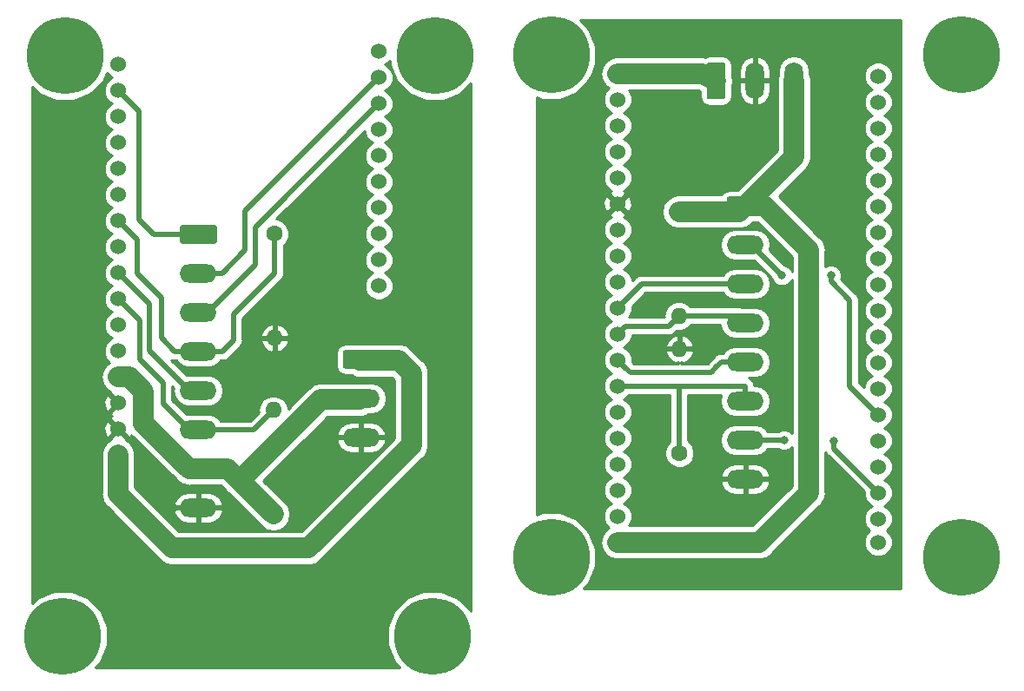
<source format=gtl>
G04 #@! TF.GenerationSoftware,KiCad,Pcbnew,5.0.2+dfsg1-1*
G04 #@! TF.CreationDate,2019-04-19T11:15:25+12:00*
G04 #@! TF.ProjectId,esp_sens,6573705f-7365-46e7-932e-6b696361645f,rev?*
G04 #@! TF.SameCoordinates,Original*
G04 #@! TF.FileFunction,Copper,L1,Top*
G04 #@! TF.FilePolarity,Positive*
%FSLAX46Y46*%
G04 Gerber Fmt 4.6, Leading zero omitted, Abs format (unit mm)*
G04 Created by KiCad (PCBNEW 5.0.2+dfsg1-1) date Fri 19 Apr 2019 11:15:25 NZST*
%MOMM*%
%LPD*%
G01*
G04 APERTURE LIST*
G04 #@! TA.AperFunction,ComponentPad*
%ADD10C,1.524000*%
G04 #@! TD*
G04 #@! TA.AperFunction,ComponentPad*
%ADD11O,3.600000X1.800000*%
G04 #@! TD*
G04 #@! TA.AperFunction,Conductor*
%ADD12C,0.100000*%
G04 #@! TD*
G04 #@! TA.AperFunction,ComponentPad*
%ADD13C,1.800000*%
G04 #@! TD*
G04 #@! TA.AperFunction,ComponentPad*
%ADD14C,7.500000*%
G04 #@! TD*
G04 #@! TA.AperFunction,ComponentPad*
%ADD15C,1.600000*%
G04 #@! TD*
G04 #@! TA.AperFunction,ComponentPad*
%ADD16O,1.600000X1.600000*%
G04 #@! TD*
G04 #@! TA.AperFunction,ComponentPad*
%ADD17O,1.800000X3.600000*%
G04 #@! TD*
G04 #@! TA.AperFunction,ViaPad*
%ADD18C,0.800000*%
G04 #@! TD*
G04 #@! TA.AperFunction,Conductor*
%ADD19C,2.000000*%
G04 #@! TD*
G04 #@! TA.AperFunction,Conductor*
%ADD20C,0.500000*%
G04 #@! TD*
G04 #@! TA.AperFunction,Conductor*
%ADD21C,0.254000*%
G04 #@! TD*
G04 APERTURE END LIST*
D10*
G04 #@! TO.P,U1,1*
G04 #@! TO.N,Net-(U1-Pad1)*
X190722000Y-53149500D03*
G04 #@! TO.P,U1,2*
G04 #@! TO.N,Net-(U1-Pad2)*
X190722000Y-55689500D03*
G04 #@! TO.P,U1,3*
G04 #@! TO.N,Net-(U1-Pad3)*
X190722000Y-58229500D03*
G04 #@! TO.P,U1,4*
G04 #@! TO.N,Net-(U1-Pad4)*
X190722000Y-60769500D03*
G04 #@! TO.P,U1,5*
G04 #@! TO.N,Net-(U1-Pad5)*
X190722000Y-63309500D03*
G04 #@! TO.P,U1,6*
G04 #@! TO.N,Net-(U1-Pad6)*
X190722000Y-65849500D03*
G04 #@! TO.P,U1,7*
G04 #@! TO.N,Net-(U1-Pad7)*
X190722000Y-68389500D03*
G04 #@! TO.P,U1,8*
G04 #@! TO.N,Net-(U1-Pad8)*
X190722000Y-70929500D03*
G04 #@! TO.P,U1,9*
G04 #@! TO.N,Net-(U1-Pad9)*
X190722000Y-73469500D03*
G04 #@! TO.P,U1,10*
G04 #@! TO.N,Net-(U1-Pad10)*
X190722000Y-76009500D03*
G04 #@! TO.P,U1,11*
G04 #@! TO.N,Net-(U1-Pad11)*
X190722000Y-78549500D03*
G04 #@! TO.P,U1,12*
G04 #@! TO.N,Net-(U1-Pad12)*
X190722000Y-81089500D03*
G04 #@! TO.P,U1,13*
G04 #@! TO.N,Net-(U1-Pad13)*
X190722000Y-83629500D03*
G04 #@! TO.P,U1,14*
G04 #@! TO.N,IO_7*
X190722000Y-86169500D03*
G04 #@! TO.P,U1,15*
G04 #@! TO.N,Net-(U1-Pad15)*
X190722000Y-88709500D03*
G04 #@! TO.P,U1,16*
G04 #@! TO.N,Net-(U1-Pad16)*
X190722000Y-91249500D03*
G04 #@! TO.P,U1,17*
G04 #@! TO.N,IO_1*
X190722000Y-93789500D03*
G04 #@! TO.P,U1,18*
G04 #@! TO.N,Net-(U1-Pad18)*
X190722000Y-96329500D03*
G04 #@! TO.P,U1,19*
G04 #@! TO.N,Net-(U1-Pad19)*
X190722000Y-98615500D03*
G04 #@! TO.P,U1,20*
G04 #@! TO.N,+3V3*
X165322000Y-98615500D03*
G04 #@! TO.P,U1,21*
G04 #@! TO.N,Net-(U1-Pad21)*
X165322000Y-96075500D03*
G04 #@! TO.P,U1,22*
G04 #@! TO.N,Net-(U1-Pad22)*
X165322000Y-93535500D03*
G04 #@! TO.P,U1,23*
G04 #@! TO.N,Net-(U1-Pad23)*
X165322000Y-90995500D03*
G04 #@! TO.P,U1,24*
G04 #@! TO.N,Net-(U1-Pad24)*
X165322000Y-88455500D03*
G04 #@! TO.P,U1,25*
G04 #@! TO.N,Net-(U1-Pad25)*
X165322000Y-85915500D03*
G04 #@! TO.P,U1,26*
G04 #@! TO.N,IO_9*
X165322000Y-83375500D03*
G04 #@! TO.P,U1,27*
G04 #@! TO.N,IO_10*
X165322000Y-80835500D03*
G04 #@! TO.P,U1,28*
G04 #@! TO.N,DS1820*
X165322000Y-78295500D03*
G04 #@! TO.P,U1,29*
G04 #@! TO.N,IO_6*
X165322000Y-75755500D03*
G04 #@! TO.P,U1,30*
G04 #@! TO.N,Net-(U1-Pad30)*
X165322000Y-73215500D03*
G04 #@! TO.P,U1,31*
G04 #@! TO.N,Net-(U1-Pad31)*
X165322000Y-70675500D03*
G04 #@! TO.P,U1,32*
G04 #@! TO.N,Net-(U1-Pad32)*
X165322000Y-68135500D03*
G04 #@! TO.P,U1,33*
G04 #@! TO.N,GND*
X165322000Y-65595500D03*
G04 #@! TO.P,U1,34*
G04 #@! TO.N,Net-(U1-Pad34)*
X165322000Y-63055500D03*
G04 #@! TO.P,U1,35*
G04 #@! TO.N,Net-(U1-Pad35)*
X165322000Y-60515500D03*
G04 #@! TO.P,U1,36*
G04 #@! TO.N,Net-(U1-Pad36)*
X165322000Y-57975500D03*
G04 #@! TO.P,U1,37*
G04 #@! TO.N,Net-(U1-Pad37)*
X165322000Y-55435500D03*
G04 #@! TO.P,U1,38*
G04 #@! TO.N,+5V*
X165322000Y-52895500D03*
G04 #@! TD*
D11*
G04 #@! TO.P,P4,8*
G04 #@! TO.N,GND*
X177768000Y-92456000D03*
G04 #@! TO.P,P4,7*
G04 #@! TO.N,IO_1*
X177768000Y-88646000D03*
G04 #@! TO.P,P4,6*
G04 #@! TO.N,IO_9*
X177768000Y-84836000D03*
G04 #@! TO.P,P4,5*
G04 #@! TO.N,IO_10*
X177768000Y-81026000D03*
G04 #@! TO.P,P4,4*
G04 #@! TO.N,DS1820*
X177768000Y-77216000D03*
G04 #@! TO.P,P4,3*
G04 #@! TO.N,IO_6*
X177768000Y-73406000D03*
G04 #@! TO.P,P4,2*
G04 #@! TO.N,IO_7*
X177768000Y-69596000D03*
D12*
G04 #@! TD*
G04 #@! TO.N,+3V3*
G04 #@! TO.C,P4*
G36*
X179342504Y-64887204D02*
X179366773Y-64890804D01*
X179390571Y-64896765D01*
X179413671Y-64905030D01*
X179435849Y-64915520D01*
X179456893Y-64928133D01*
X179476598Y-64942747D01*
X179494777Y-64959223D01*
X179511253Y-64977402D01*
X179525867Y-64997107D01*
X179538480Y-65018151D01*
X179548970Y-65040329D01*
X179557235Y-65063429D01*
X179563196Y-65087227D01*
X179566796Y-65111496D01*
X179568000Y-65136000D01*
X179568000Y-66436000D01*
X179566796Y-66460504D01*
X179563196Y-66484773D01*
X179557235Y-66508571D01*
X179548970Y-66531671D01*
X179538480Y-66553849D01*
X179525867Y-66574893D01*
X179511253Y-66594598D01*
X179494777Y-66612777D01*
X179476598Y-66629253D01*
X179456893Y-66643867D01*
X179435849Y-66656480D01*
X179413671Y-66666970D01*
X179390571Y-66675235D01*
X179366773Y-66681196D01*
X179342504Y-66684796D01*
X179318000Y-66686000D01*
X176218000Y-66686000D01*
X176193496Y-66684796D01*
X176169227Y-66681196D01*
X176145429Y-66675235D01*
X176122329Y-66666970D01*
X176100151Y-66656480D01*
X176079107Y-66643867D01*
X176059402Y-66629253D01*
X176041223Y-66612777D01*
X176024747Y-66594598D01*
X176010133Y-66574893D01*
X175997520Y-66553849D01*
X175987030Y-66531671D01*
X175978765Y-66508571D01*
X175972804Y-66484773D01*
X175969204Y-66460504D01*
X175968000Y-66436000D01*
X175968000Y-65136000D01*
X175969204Y-65111496D01*
X175972804Y-65087227D01*
X175978765Y-65063429D01*
X175987030Y-65040329D01*
X175997520Y-65018151D01*
X176010133Y-64997107D01*
X176024747Y-64977402D01*
X176041223Y-64959223D01*
X176059402Y-64942747D01*
X176079107Y-64928133D01*
X176100151Y-64915520D01*
X176122329Y-64905030D01*
X176145429Y-64896765D01*
X176169227Y-64890804D01*
X176193496Y-64887204D01*
X176218000Y-64886000D01*
X179318000Y-64886000D01*
X179342504Y-64887204D01*
X179342504Y-64887204D01*
G37*
D13*
G04 #@! TO.P,P4,1*
G04 #@! TO.N,+3V3*
X177768000Y-65786000D03*
G04 #@! TD*
D14*
G04 #@! TO.P,P6,1*
G04 #@! TO.N,Net-(P6-Pad1)*
X198850000Y-100076000D03*
G04 #@! TD*
G04 #@! TO.P,P7,1*
G04 #@! TO.N,Net-(P7-Pad1)*
X158845000Y-51054000D03*
G04 #@! TD*
G04 #@! TO.P,P8,1*
G04 #@! TO.N,Net-(P8-Pad1)*
X147256500Y-107759500D03*
G04 #@! TD*
G04 #@! TO.P,P9,1*
G04 #@! TO.N,Net-(P9-Pad1)*
X158845000Y-100076000D03*
G04 #@! TD*
G04 #@! TO.P,P10,1*
G04 #@! TO.N,Net-(P10-Pad1)*
X198850000Y-51054000D03*
G04 #@! TD*
G04 #@! TO.P,P11,1*
G04 #@! TO.N,Net-(P11-Pad1)*
X147510500Y-51181000D03*
G04 #@! TD*
G04 #@! TO.P,P12,1*
G04 #@! TO.N,Net-(P12-Pad1)*
X111252000Y-107759500D03*
G04 #@! TD*
G04 #@! TO.P,P13,1*
G04 #@! TO.N,Net-(P13-Pad1)*
X111442500Y-51181000D03*
G04 #@! TD*
D15*
G04 #@! TO.P,R1,1*
G04 #@! TO.N,IO_9*
X171354500Y-89916000D03*
D16*
G04 #@! TO.P,R1,2*
G04 #@! TO.N,GND*
X171354500Y-79756000D03*
G04 #@! TD*
G04 #@! TO.P,R2,2*
G04 #@! TO.N,GNDA*
X131889500Y-78676500D03*
D15*
G04 #@! TO.P,R2,1*
G04 #@! TO.N,IO3*
X131889500Y-68516500D03*
G04 #@! TD*
D16*
G04 #@! TO.P,R3,2*
G04 #@! TO.N,DS1820*
X171291000Y-76517500D03*
D15*
G04 #@! TO.P,R3,1*
G04 #@! TO.N,+3V3*
X171291000Y-66357500D03*
G04 #@! TD*
G04 #@! TO.P,R4,1*
G04 #@! TO.N,+3.3VA*
X131762500Y-95885000D03*
D16*
G04 #@! TO.P,R4,2*
G04 #@! TO.N,DS1820a*
X131762500Y-85725000D03*
G04 #@! TD*
D10*
G04 #@! TO.P,U2,1*
G04 #@! TO.N,+5VA*
X116649500Y-90106500D03*
G04 #@! TO.P,U2,2*
G04 #@! TO.N,GNDA*
X116649500Y-87566500D03*
G04 #@! TO.P,U2,3*
X116649500Y-85026500D03*
G04 #@! TO.P,U2,4*
G04 #@! TO.N,+3.3VA*
X116649500Y-82486500D03*
G04 #@! TO.P,U2,5*
G04 #@! TO.N,Net-(U2-Pad5)*
X116649500Y-79946500D03*
G04 #@! TO.P,U2,6*
G04 #@! TO.N,Net-(U2-Pad6)*
X116649500Y-77406500D03*
G04 #@! TO.P,U2,7*
G04 #@! TO.N,DS1820a*
X116649500Y-74866500D03*
G04 #@! TO.P,U2,8*
G04 #@! TO.N,IO5*
X116649500Y-72326500D03*
G04 #@! TO.P,U2,9*
G04 #@! TO.N,Net-(U2-Pad9)*
X116649500Y-69786500D03*
G04 #@! TO.P,U2,10*
G04 #@! TO.N,IO3*
X116649500Y-67246500D03*
G04 #@! TO.P,U2,11*
G04 #@! TO.N,Net-(U2-Pad11)*
X116649500Y-64706500D03*
G04 #@! TO.P,U2,12*
G04 #@! TO.N,Net-(U2-Pad12)*
X116649500Y-62166500D03*
G04 #@! TO.P,U2,13*
G04 #@! TO.N,Net-(U2-Pad13)*
X116649500Y-59626500D03*
G04 #@! TO.P,U2,14*
G04 #@! TO.N,Net-(U2-Pad14)*
X116649500Y-57086500D03*
G04 #@! TO.P,U2,15*
G04 #@! TO.N,IO4*
X116649500Y-54546500D03*
G04 #@! TO.P,U2,16*
G04 #@! TO.N,Net-(U2-Pad16)*
X116649500Y-52006500D03*
G04 #@! TO.P,U2,17*
G04 #@! TO.N,Net-(U2-Pad17)*
X142049500Y-50736500D03*
G04 #@! TO.P,U2,18*
G04 #@! TO.N,IO2*
X142049500Y-53276500D03*
G04 #@! TO.P,U2,19*
G04 #@! TO.N,IO1*
X142049500Y-55816500D03*
G04 #@! TO.P,U2,20*
G04 #@! TO.N,Net-(U2-Pad20)*
X142049500Y-58356500D03*
G04 #@! TO.P,U2,21*
G04 #@! TO.N,Net-(U2-Pad21)*
X142049500Y-60896500D03*
G04 #@! TO.P,U2,22*
G04 #@! TO.N,Net-(U2-Pad22)*
X142049500Y-63436500D03*
G04 #@! TO.P,U2,23*
G04 #@! TO.N,Net-(U2-Pad23)*
X142049500Y-65976500D03*
G04 #@! TO.P,U2,24*
G04 #@! TO.N,Net-(U2-Pad24)*
X142049500Y-68516500D03*
G04 #@! TO.P,U2,25*
G04 #@! TO.N,Net-(U2-Pad25)*
X142049500Y-71056500D03*
G04 #@! TO.P,U2,26*
G04 #@! TO.N,Net-(U2-Pad26)*
X142049500Y-73596500D03*
G04 #@! TD*
D12*
G04 #@! TO.N,+5V*
G04 #@! TO.C,P1*
G36*
X175585004Y-51795204D02*
X175609273Y-51798804D01*
X175633071Y-51804765D01*
X175656171Y-51813030D01*
X175678349Y-51823520D01*
X175699393Y-51836133D01*
X175719098Y-51850747D01*
X175737277Y-51867223D01*
X175753753Y-51885402D01*
X175768367Y-51905107D01*
X175780980Y-51926151D01*
X175791470Y-51948329D01*
X175799735Y-51971429D01*
X175805696Y-51995227D01*
X175809296Y-52019496D01*
X175810500Y-52044000D01*
X175810500Y-55144000D01*
X175809296Y-55168504D01*
X175805696Y-55192773D01*
X175799735Y-55216571D01*
X175791470Y-55239671D01*
X175780980Y-55261849D01*
X175768367Y-55282893D01*
X175753753Y-55302598D01*
X175737277Y-55320777D01*
X175719098Y-55337253D01*
X175699393Y-55351867D01*
X175678349Y-55364480D01*
X175656171Y-55374970D01*
X175633071Y-55383235D01*
X175609273Y-55389196D01*
X175585004Y-55392796D01*
X175560500Y-55394000D01*
X174260500Y-55394000D01*
X174235996Y-55392796D01*
X174211727Y-55389196D01*
X174187929Y-55383235D01*
X174164829Y-55374970D01*
X174142651Y-55364480D01*
X174121607Y-55351867D01*
X174101902Y-55337253D01*
X174083723Y-55320777D01*
X174067247Y-55302598D01*
X174052633Y-55282893D01*
X174040020Y-55261849D01*
X174029530Y-55239671D01*
X174021265Y-55216571D01*
X174015304Y-55192773D01*
X174011704Y-55168504D01*
X174010500Y-55144000D01*
X174010500Y-52044000D01*
X174011704Y-52019496D01*
X174015304Y-51995227D01*
X174021265Y-51971429D01*
X174029530Y-51948329D01*
X174040020Y-51926151D01*
X174052633Y-51905107D01*
X174067247Y-51885402D01*
X174083723Y-51867223D01*
X174101902Y-51850747D01*
X174121607Y-51836133D01*
X174142651Y-51823520D01*
X174164829Y-51813030D01*
X174187929Y-51804765D01*
X174211727Y-51798804D01*
X174235996Y-51795204D01*
X174260500Y-51794000D01*
X175560500Y-51794000D01*
X175585004Y-51795204D01*
X175585004Y-51795204D01*
G37*
D13*
G04 #@! TD*
G04 #@! TO.P,P1,1*
G04 #@! TO.N,+5V*
X174910500Y-53594000D03*
D17*
G04 #@! TO.P,P1,2*
G04 #@! TO.N,GND*
X178720500Y-53594000D03*
G04 #@! TO.P,P1,3*
G04 #@! TO.N,+3V3*
X182530500Y-53594000D03*
G04 #@! TD*
D11*
G04 #@! TO.P,P2,3*
G04 #@! TO.N,GNDA*
X140335000Y-88392000D03*
G04 #@! TO.P,P2,2*
G04 #@! TO.N,+3.3VA*
X140335000Y-84582000D03*
D12*
G04 #@! TD*
G04 #@! TO.N,+5VA*
G04 #@! TO.C,P2*
G36*
X141909504Y-79873204D02*
X141933773Y-79876804D01*
X141957571Y-79882765D01*
X141980671Y-79891030D01*
X142002849Y-79901520D01*
X142023893Y-79914133D01*
X142043598Y-79928747D01*
X142061777Y-79945223D01*
X142078253Y-79963402D01*
X142092867Y-79983107D01*
X142105480Y-80004151D01*
X142115970Y-80026329D01*
X142124235Y-80049429D01*
X142130196Y-80073227D01*
X142133796Y-80097496D01*
X142135000Y-80122000D01*
X142135000Y-81422000D01*
X142133796Y-81446504D01*
X142130196Y-81470773D01*
X142124235Y-81494571D01*
X142115970Y-81517671D01*
X142105480Y-81539849D01*
X142092867Y-81560893D01*
X142078253Y-81580598D01*
X142061777Y-81598777D01*
X142043598Y-81615253D01*
X142023893Y-81629867D01*
X142002849Y-81642480D01*
X141980671Y-81652970D01*
X141957571Y-81661235D01*
X141933773Y-81667196D01*
X141909504Y-81670796D01*
X141885000Y-81672000D01*
X138785000Y-81672000D01*
X138760496Y-81670796D01*
X138736227Y-81667196D01*
X138712429Y-81661235D01*
X138689329Y-81652970D01*
X138667151Y-81642480D01*
X138646107Y-81629867D01*
X138626402Y-81615253D01*
X138608223Y-81598777D01*
X138591747Y-81580598D01*
X138577133Y-81560893D01*
X138564520Y-81539849D01*
X138554030Y-81517671D01*
X138545765Y-81494571D01*
X138539804Y-81470773D01*
X138536204Y-81446504D01*
X138535000Y-81422000D01*
X138535000Y-80122000D01*
X138536204Y-80097496D01*
X138539804Y-80073227D01*
X138545765Y-80049429D01*
X138554030Y-80026329D01*
X138564520Y-80004151D01*
X138577133Y-79983107D01*
X138591747Y-79963402D01*
X138608223Y-79945223D01*
X138626402Y-79928747D01*
X138646107Y-79914133D01*
X138667151Y-79901520D01*
X138689329Y-79891030D01*
X138712429Y-79882765D01*
X138736227Y-79876804D01*
X138760496Y-79873204D01*
X138785000Y-79872000D01*
X141885000Y-79872000D01*
X141909504Y-79873204D01*
X141909504Y-79873204D01*
G37*
D13*
G04 #@! TO.P,P2,1*
G04 #@! TO.N,+5VA*
X140335000Y-80772000D03*
G04 #@! TD*
D12*
G04 #@! TO.N,IO4*
G04 #@! TO.C,P5*
G36*
X126034504Y-67681204D02*
X126058773Y-67684804D01*
X126082571Y-67690765D01*
X126105671Y-67699030D01*
X126127849Y-67709520D01*
X126148893Y-67722133D01*
X126168598Y-67736747D01*
X126186777Y-67753223D01*
X126203253Y-67771402D01*
X126217867Y-67791107D01*
X126230480Y-67812151D01*
X126240970Y-67834329D01*
X126249235Y-67857429D01*
X126255196Y-67881227D01*
X126258796Y-67905496D01*
X126260000Y-67930000D01*
X126260000Y-69230000D01*
X126258796Y-69254504D01*
X126255196Y-69278773D01*
X126249235Y-69302571D01*
X126240970Y-69325671D01*
X126230480Y-69347849D01*
X126217867Y-69368893D01*
X126203253Y-69388598D01*
X126186777Y-69406777D01*
X126168598Y-69423253D01*
X126148893Y-69437867D01*
X126127849Y-69450480D01*
X126105671Y-69460970D01*
X126082571Y-69469235D01*
X126058773Y-69475196D01*
X126034504Y-69478796D01*
X126010000Y-69480000D01*
X122910000Y-69480000D01*
X122885496Y-69478796D01*
X122861227Y-69475196D01*
X122837429Y-69469235D01*
X122814329Y-69460970D01*
X122792151Y-69450480D01*
X122771107Y-69437867D01*
X122751402Y-69423253D01*
X122733223Y-69406777D01*
X122716747Y-69388598D01*
X122702133Y-69368893D01*
X122689520Y-69347849D01*
X122679030Y-69325671D01*
X122670765Y-69302571D01*
X122664804Y-69278773D01*
X122661204Y-69254504D01*
X122660000Y-69230000D01*
X122660000Y-67930000D01*
X122661204Y-67905496D01*
X122664804Y-67881227D01*
X122670765Y-67857429D01*
X122679030Y-67834329D01*
X122689520Y-67812151D01*
X122702133Y-67791107D01*
X122716747Y-67771402D01*
X122733223Y-67753223D01*
X122751402Y-67736747D01*
X122771107Y-67722133D01*
X122792151Y-67709520D01*
X122814329Y-67699030D01*
X122837429Y-67690765D01*
X122861227Y-67684804D01*
X122885496Y-67681204D01*
X122910000Y-67680000D01*
X126010000Y-67680000D01*
X126034504Y-67681204D01*
X126034504Y-67681204D01*
G37*
D13*
G04 #@! TD*
G04 #@! TO.P,P5,1*
G04 #@! TO.N,IO4*
X124460000Y-68580000D03*
D11*
G04 #@! TO.P,P5,2*
G04 #@! TO.N,IO2*
X124460000Y-72390000D03*
G04 #@! TO.P,P5,3*
G04 #@! TO.N,IO1*
X124460000Y-76200000D03*
G04 #@! TO.P,P5,4*
G04 #@! TO.N,IO3*
X124460000Y-80010000D03*
G04 #@! TO.P,P5,5*
G04 #@! TO.N,IO5*
X124460000Y-83820000D03*
G04 #@! TO.P,P5,6*
G04 #@! TO.N,DS1820a*
X124460000Y-87630000D03*
G04 #@! TO.P,P5,7*
G04 #@! TO.N,+3.3VA*
X124460000Y-91440000D03*
G04 #@! TO.P,P5,8*
G04 #@! TO.N,GNDA*
X124460000Y-95250000D03*
G04 #@! TD*
D18*
G04 #@! TO.N,IO_1*
X181546500Y-88646000D03*
X186436000Y-88709500D03*
G04 #@! TO.N,IO_7*
X181356000Y-72580500D03*
X186118500Y-72580500D03*
G04 #@! TD*
D19*
G04 #@! TO.N,+3V3*
X179668000Y-65786000D02*
X177768000Y-65786000D01*
X183959500Y-70077500D02*
X179668000Y-65786000D01*
X179133500Y-98615500D02*
X183959500Y-93789500D01*
X183959500Y-93789500D02*
X183959500Y-70077500D01*
X165322000Y-98615500D02*
X179133500Y-98615500D01*
X177196500Y-66357500D02*
X177768000Y-65786000D01*
X171291000Y-66357500D02*
X177196500Y-66357500D01*
X182530500Y-61023500D02*
X177768000Y-65786000D01*
X182530500Y-53594000D02*
X182530500Y-61023500D01*
G04 #@! TO.N,+5V*
X173577000Y-52895500D02*
X165322000Y-52895500D01*
X174910500Y-53594000D02*
X173577000Y-52895500D01*
G04 #@! TO.N,+5VA*
X144008000Y-80899000D02*
X145224500Y-82115500D01*
X140208000Y-80899000D02*
X144008000Y-80899000D01*
X145224500Y-82115500D02*
X145224500Y-89154000D01*
X145224500Y-89154000D02*
X135191500Y-99187000D01*
X135191500Y-99187000D02*
X121920000Y-99187000D01*
X116649500Y-93916500D02*
X116649500Y-90106500D01*
X121920000Y-99187000D02*
X116649500Y-93916500D01*
G04 #@! TO.N,+3.3VA*
X124460000Y-91440000D02*
X127317500Y-91440000D01*
X136408000Y-84709000D02*
X128597500Y-92519500D01*
X140208000Y-84709000D02*
X136408000Y-84709000D01*
X127317500Y-91440000D02*
X128397000Y-92519500D01*
X128597500Y-92519500D02*
X128397000Y-92519500D01*
X128397000Y-92519500D02*
X131762500Y-95885000D01*
X123560000Y-91440000D02*
X124460000Y-91440000D01*
X119126000Y-87006000D02*
X123560000Y-91440000D01*
X119126000Y-83885370D02*
X119126000Y-87006000D01*
X116649500Y-82486500D02*
X117727130Y-82486500D01*
X117727130Y-82486500D02*
X119126000Y-83885370D01*
D20*
G04 #@! TO.N,DS1820*
X165322000Y-78295500D02*
X166083999Y-77533501D01*
X170274999Y-77533501D02*
X171291000Y-76517500D01*
X166083999Y-77533501D02*
X170274999Y-77533501D01*
X177069500Y-76517500D02*
X177768000Y-77216000D01*
X171291000Y-76517500D02*
X177069500Y-76517500D01*
G04 #@! TO.N,IO_1*
X177768000Y-88646000D02*
X181546500Y-88646000D01*
X186436000Y-89503500D02*
X190722000Y-93789500D01*
X186436000Y-88709500D02*
X186436000Y-89503500D01*
G04 #@! TO.N,IO_10*
X166083999Y-81597499D02*
X166115999Y-81597499D01*
X175468000Y-81026000D02*
X177768000Y-81026000D01*
X165322000Y-80835500D02*
X166083999Y-81597499D01*
X166115999Y-81597499D02*
X166560500Y-82042000D01*
X166560500Y-82042000D02*
X174498000Y-82042000D01*
X175006000Y-81488000D02*
X175468000Y-81026000D01*
X174498000Y-82042000D02*
X175006000Y-81488000D01*
G04 #@! TO.N,IO_9*
X177707500Y-83375500D02*
X177768000Y-83436000D01*
X177768000Y-83436000D02*
X177768000Y-84836000D01*
X171323000Y-88753130D02*
X171323000Y-83375500D01*
X171354500Y-88784630D02*
X171323000Y-88753130D01*
X171354500Y-89916000D02*
X171354500Y-88784630D01*
X165322000Y-83375500D02*
X171323000Y-83375500D01*
X171323000Y-83375500D02*
X177707500Y-83375500D01*
G04 #@! TO.N,IO_7*
X177768000Y-69596000D02*
X178371500Y-69596000D01*
X178371500Y-69596000D02*
X181356000Y-72580500D01*
X186118500Y-73146185D02*
X187960000Y-74987685D01*
X186118500Y-72580500D02*
X186118500Y-73146185D01*
X187960000Y-83407500D02*
X190722000Y-86169500D01*
X187960000Y-74987685D02*
X187960000Y-83407500D01*
G04 #@! TO.N,IO_6*
X167671500Y-73406000D02*
X177768000Y-73406000D01*
X165322000Y-75755500D02*
X167671500Y-73406000D01*
G04 #@! TO.N,IO1*
X125360000Y-76200000D02*
X129984500Y-71575500D01*
X124460000Y-76200000D02*
X125360000Y-76200000D01*
X129984500Y-67881500D02*
X142049500Y-55816500D01*
X129984500Y-71575500D02*
X129984500Y-67881500D01*
G04 #@! TO.N,IO2*
X126760000Y-72390000D02*
X129032000Y-70118000D01*
X124460000Y-72390000D02*
X126760000Y-72390000D01*
X129032000Y-66294000D02*
X142049500Y-53276500D01*
X129032000Y-70118000D02*
X129032000Y-66294000D01*
G04 #@! TO.N,IO3*
X122160000Y-80010000D02*
X120840500Y-78690500D01*
X124460000Y-80010000D02*
X122160000Y-80010000D01*
X120840500Y-78690500D02*
X120840500Y-74739500D01*
X120840500Y-74739500D02*
X118491000Y-72390000D01*
X118491000Y-69088000D02*
X116649500Y-67246500D01*
X118491000Y-72390000D02*
X118491000Y-69088000D01*
X131889500Y-72390000D02*
X131889500Y-68516500D01*
X127889000Y-76390500D02*
X131889500Y-72390000D01*
X127889000Y-78881000D02*
X127889000Y-76390500D01*
X124460000Y-80010000D02*
X126760000Y-80010000D01*
X126760000Y-80010000D02*
X127889000Y-78881000D01*
G04 #@! TO.N,IO4*
X124460000Y-68580000D02*
X120142000Y-68580000D01*
X120142000Y-68580000D02*
X118681500Y-67119500D01*
X118681500Y-56578500D02*
X116649500Y-54546500D01*
X118681500Y-67119500D02*
X118681500Y-56578500D01*
G04 #@! TO.N,IO5*
X119697500Y-75374500D02*
X116649500Y-72326500D01*
X119697500Y-79957500D02*
X119697500Y-75374500D01*
X124460000Y-83820000D02*
X123560000Y-83820000D01*
X123560000Y-83820000D02*
X119697500Y-79957500D01*
G04 #@! TO.N,DS1820a*
X131762500Y-85725000D02*
X129857500Y-87630000D01*
X129857500Y-87630000D02*
X124460000Y-87630000D01*
X123560000Y-87630000D02*
X121031000Y-85101000D01*
X124460000Y-87630000D02*
X123560000Y-87630000D01*
X121031000Y-85101000D02*
X121031000Y-83058000D01*
X121031000Y-83058000D02*
X118745000Y-80772000D01*
X118745000Y-76962000D02*
X116649500Y-74866500D01*
X118745000Y-80772000D02*
X118745000Y-76962000D01*
G04 #@! TD*
D21*
G04 #@! TO.N,GNDA*
G36*
X143125500Y-52053231D02*
X143793077Y-53664903D01*
X145026597Y-54898423D01*
X146638269Y-55566000D01*
X148382731Y-55566000D01*
X149994403Y-54898423D01*
X151003000Y-53889826D01*
X151003000Y-105345795D01*
X150973923Y-105275597D01*
X149740403Y-104042077D01*
X148128731Y-103374500D01*
X146384269Y-103374500D01*
X144772597Y-104042077D01*
X143539077Y-105275597D01*
X142871500Y-106887269D01*
X142871500Y-108631731D01*
X143539077Y-110243403D01*
X144091674Y-110796000D01*
X114416826Y-110796000D01*
X114969423Y-110243403D01*
X115637000Y-108631731D01*
X115637000Y-106887269D01*
X114969423Y-105275597D01*
X113735903Y-104042077D01*
X112124231Y-103374500D01*
X110379769Y-103374500D01*
X108768097Y-104042077D01*
X108215500Y-104594674D01*
X108215500Y-87358802D01*
X115240356Y-87358802D01*
X115268138Y-87913868D01*
X115427103Y-88297643D01*
X115669287Y-88367108D01*
X116469895Y-87566500D01*
X115669287Y-86765892D01*
X115427103Y-86835357D01*
X115240356Y-87358802D01*
X108215500Y-87358802D01*
X108215500Y-84818802D01*
X115240356Y-84818802D01*
X115268138Y-85373868D01*
X115427103Y-85757643D01*
X115669287Y-85827108D01*
X116469895Y-85026500D01*
X115669287Y-84225892D01*
X115427103Y-84295357D01*
X115240356Y-84818802D01*
X108215500Y-84818802D01*
X108215500Y-54155326D01*
X108958597Y-54898423D01*
X110570269Y-55566000D01*
X112314731Y-55566000D01*
X113926403Y-54898423D01*
X115159923Y-53664903D01*
X115503289Y-52835946D01*
X115858163Y-53190820D01*
X116065013Y-53276500D01*
X115858163Y-53362180D01*
X115465180Y-53755163D01*
X115252500Y-54268619D01*
X115252500Y-54824381D01*
X115465180Y-55337837D01*
X115858163Y-55730820D01*
X116065013Y-55816500D01*
X115858163Y-55902180D01*
X115465180Y-56295163D01*
X115252500Y-56808619D01*
X115252500Y-57364381D01*
X115465180Y-57877837D01*
X115858163Y-58270820D01*
X116065013Y-58356500D01*
X115858163Y-58442180D01*
X115465180Y-58835163D01*
X115252500Y-59348619D01*
X115252500Y-59904381D01*
X115465180Y-60417837D01*
X115858163Y-60810820D01*
X116065013Y-60896500D01*
X115858163Y-60982180D01*
X115465180Y-61375163D01*
X115252500Y-61888619D01*
X115252500Y-62444381D01*
X115465180Y-62957837D01*
X115858163Y-63350820D01*
X116065013Y-63436500D01*
X115858163Y-63522180D01*
X115465180Y-63915163D01*
X115252500Y-64428619D01*
X115252500Y-64984381D01*
X115465180Y-65497837D01*
X115858163Y-65890820D01*
X116065013Y-65976500D01*
X115858163Y-66062180D01*
X115465180Y-66455163D01*
X115252500Y-66968619D01*
X115252500Y-67524381D01*
X115465180Y-68037837D01*
X115858163Y-68430820D01*
X116065013Y-68516500D01*
X115858163Y-68602180D01*
X115465180Y-68995163D01*
X115252500Y-69508619D01*
X115252500Y-70064381D01*
X115465180Y-70577837D01*
X115858163Y-70970820D01*
X116065013Y-71056500D01*
X115858163Y-71142180D01*
X115465180Y-71535163D01*
X115252500Y-72048619D01*
X115252500Y-72604381D01*
X115465180Y-73117837D01*
X115858163Y-73510820D01*
X116065013Y-73596500D01*
X115858163Y-73682180D01*
X115465180Y-74075163D01*
X115252500Y-74588619D01*
X115252500Y-75144381D01*
X115465180Y-75657837D01*
X115858163Y-76050820D01*
X116065013Y-76136500D01*
X115858163Y-76222180D01*
X115465180Y-76615163D01*
X115252500Y-77128619D01*
X115252500Y-77684381D01*
X115465180Y-78197837D01*
X115858163Y-78590820D01*
X116065013Y-78676500D01*
X115858163Y-78762180D01*
X115465180Y-79155163D01*
X115252500Y-79668619D01*
X115252500Y-80224381D01*
X115465180Y-80737837D01*
X115809030Y-81081687D01*
X115470731Y-81307731D01*
X115109364Y-81848555D01*
X114982469Y-82486500D01*
X115109364Y-83124445D01*
X115470731Y-83665269D01*
X115879783Y-83938589D01*
X115848892Y-84046287D01*
X116649500Y-84846895D01*
X116663643Y-84832753D01*
X116843248Y-85012358D01*
X116829105Y-85026500D01*
X116843248Y-85040643D01*
X116663643Y-85220248D01*
X116649500Y-85206105D01*
X115848892Y-86006713D01*
X115918357Y-86248897D01*
X116041844Y-86292953D01*
X115918357Y-86344103D01*
X115848892Y-86586287D01*
X116649500Y-87386895D01*
X116663643Y-87372753D01*
X116843248Y-87552358D01*
X116829105Y-87566500D01*
X117629713Y-88367108D01*
X117871897Y-88297643D01*
X117924372Y-88150557D01*
X117947232Y-88184769D01*
X118083748Y-88275986D01*
X122290014Y-92482253D01*
X122381231Y-92618769D01*
X122922055Y-92980136D01*
X123398969Y-93075000D01*
X123398970Y-93075000D01*
X123560000Y-93107031D01*
X123721030Y-93075000D01*
X126640261Y-93075000D01*
X127127015Y-93561755D01*
X127218231Y-93698269D01*
X127354744Y-93789484D01*
X127354746Y-93789486D01*
X127354752Y-93789490D01*
X130720246Y-97154985D01*
X131124554Y-97425136D01*
X131762344Y-97552000D01*
X122597239Y-97552000D01*
X120659979Y-95614740D01*
X122068964Y-95614740D01*
X122093244Y-95720086D01*
X122384788Y-96245606D01*
X122855248Y-96619554D01*
X123433000Y-96785000D01*
X124333000Y-96785000D01*
X124333000Y-95377000D01*
X124587000Y-95377000D01*
X124587000Y-96785000D01*
X125487000Y-96785000D01*
X126064752Y-96619554D01*
X126535212Y-96245606D01*
X126826756Y-95720086D01*
X126851036Y-95614740D01*
X126730378Y-95377000D01*
X124587000Y-95377000D01*
X124333000Y-95377000D01*
X122189622Y-95377000D01*
X122068964Y-95614740D01*
X120659979Y-95614740D01*
X119930499Y-94885260D01*
X122068964Y-94885260D01*
X122189622Y-95123000D01*
X124333000Y-95123000D01*
X124333000Y-93715000D01*
X124587000Y-93715000D01*
X124587000Y-95123000D01*
X126730378Y-95123000D01*
X126851036Y-94885260D01*
X126826756Y-94779914D01*
X126535212Y-94254394D01*
X126064752Y-93880446D01*
X125487000Y-93715000D01*
X124587000Y-93715000D01*
X124333000Y-93715000D01*
X123433000Y-93715000D01*
X122855248Y-93880446D01*
X122384788Y-94254394D01*
X122093244Y-94779914D01*
X122068964Y-94885260D01*
X119930499Y-94885260D01*
X118284500Y-93239262D01*
X118284500Y-89945469D01*
X118189636Y-89468555D01*
X117828269Y-88927731D01*
X117419217Y-88654411D01*
X117450108Y-88546713D01*
X116649500Y-87746105D01*
X115848892Y-88546713D01*
X115879783Y-88654412D01*
X115470732Y-88927731D01*
X115109365Y-89468555D01*
X115014501Y-89945469D01*
X115014500Y-93755470D01*
X114982469Y-93916500D01*
X115014500Y-94077530D01*
X115109364Y-94554444D01*
X115470731Y-95095269D01*
X115607250Y-95186488D01*
X120650014Y-100229253D01*
X120741231Y-100365769D01*
X121028132Y-100557470D01*
X121282054Y-100727136D01*
X121920000Y-100854031D01*
X122081031Y-100822000D01*
X135030470Y-100822000D01*
X135191500Y-100854031D01*
X135352530Y-100822000D01*
X135352531Y-100822000D01*
X135829445Y-100727136D01*
X136370269Y-100365769D01*
X136461488Y-100229250D01*
X146266753Y-90423986D01*
X146403269Y-90332769D01*
X146689095Y-89905000D01*
X146764636Y-89791946D01*
X146891531Y-89154000D01*
X146859500Y-88992969D01*
X146859500Y-82276530D01*
X146891531Y-82115500D01*
X146838432Y-81848555D01*
X146764636Y-81477555D01*
X146403269Y-80936731D01*
X146266753Y-80845514D01*
X145277988Y-79856750D01*
X145186769Y-79720231D01*
X144645945Y-79358864D01*
X144169031Y-79264000D01*
X144169030Y-79264000D01*
X144008000Y-79231969D01*
X143846970Y-79264000D01*
X142083277Y-79264000D01*
X141885000Y-79224560D01*
X138785000Y-79224560D01*
X138441565Y-79292874D01*
X138150414Y-79487414D01*
X137955874Y-79778565D01*
X137887560Y-80122000D01*
X137887560Y-81422000D01*
X137955874Y-81765435D01*
X138150414Y-82056586D01*
X138441565Y-82251126D01*
X138785000Y-82319440D01*
X139390917Y-82319440D01*
X139570055Y-82439136D01*
X140046969Y-82534000D01*
X143330762Y-82534000D01*
X143589500Y-82792739D01*
X143589501Y-88476760D01*
X134514262Y-97552000D01*
X131762656Y-97552000D01*
X132400445Y-97425136D01*
X132941269Y-97063769D01*
X133302636Y-96522945D01*
X133429531Y-95885000D01*
X133302636Y-95247054D01*
X133032485Y-94842746D01*
X130809488Y-92619750D01*
X134672498Y-88756740D01*
X137943964Y-88756740D01*
X137968244Y-88862086D01*
X138259788Y-89387606D01*
X138730248Y-89761554D01*
X139308000Y-89927000D01*
X140208000Y-89927000D01*
X140208000Y-88519000D01*
X140462000Y-88519000D01*
X140462000Y-89927000D01*
X141362000Y-89927000D01*
X141939752Y-89761554D01*
X142410212Y-89387606D01*
X142701756Y-88862086D01*
X142726036Y-88756740D01*
X142605378Y-88519000D01*
X140462000Y-88519000D01*
X140208000Y-88519000D01*
X138064622Y-88519000D01*
X137943964Y-88756740D01*
X134672498Y-88756740D01*
X135401978Y-88027260D01*
X137943964Y-88027260D01*
X138064622Y-88265000D01*
X140208000Y-88265000D01*
X140208000Y-86857000D01*
X140462000Y-86857000D01*
X140462000Y-88265000D01*
X142605378Y-88265000D01*
X142726036Y-88027260D01*
X142701756Y-87921914D01*
X142410212Y-87396394D01*
X141939752Y-87022446D01*
X141362000Y-86857000D01*
X140462000Y-86857000D01*
X140208000Y-86857000D01*
X139308000Y-86857000D01*
X138730248Y-87022446D01*
X138259788Y-87396394D01*
X137968244Y-87921914D01*
X137943964Y-88027260D01*
X135401978Y-88027260D01*
X137085239Y-86344000D01*
X140369031Y-86344000D01*
X140845945Y-86249136D01*
X141043701Y-86117000D01*
X141386182Y-86117000D01*
X141833927Y-86027938D01*
X142341673Y-85688673D01*
X142680938Y-85180927D01*
X142800072Y-84582000D01*
X142680938Y-83983073D01*
X142341673Y-83475327D01*
X141833927Y-83136062D01*
X141386182Y-83047000D01*
X139283818Y-83047000D01*
X139148080Y-83074000D01*
X136569029Y-83074000D01*
X136407999Y-83041969D01*
X136246969Y-83074000D01*
X135770055Y-83168864D01*
X135229231Y-83530231D01*
X135138014Y-83666747D01*
X133201415Y-85603347D01*
X133114240Y-85165091D01*
X132797077Y-84690423D01*
X132322409Y-84373260D01*
X131903833Y-84290000D01*
X131621167Y-84290000D01*
X131202591Y-84373260D01*
X130727923Y-84690423D01*
X130410760Y-85165091D01*
X130299387Y-85725000D01*
X130334483Y-85901439D01*
X129490922Y-86745000D01*
X126614790Y-86745000D01*
X126466673Y-86523327D01*
X125958927Y-86184062D01*
X125511182Y-86095000D01*
X123408818Y-86095000D01*
X123298519Y-86116940D01*
X121916000Y-84734422D01*
X121916000Y-83427579D01*
X122046940Y-83558519D01*
X121994928Y-83820000D01*
X122114062Y-84418927D01*
X122453327Y-84926673D01*
X122961073Y-85265938D01*
X123408818Y-85355000D01*
X125511182Y-85355000D01*
X125958927Y-85265938D01*
X126466673Y-84926673D01*
X126805938Y-84418927D01*
X126925072Y-83820000D01*
X126805938Y-83221073D01*
X126466673Y-82713327D01*
X125958927Y-82374062D01*
X125511182Y-82285000D01*
X123408818Y-82285000D01*
X123298519Y-82306940D01*
X121840331Y-80848752D01*
X122072835Y-80895000D01*
X122072839Y-80895000D01*
X122160000Y-80912337D01*
X122247161Y-80895000D01*
X122305210Y-80895000D01*
X122453327Y-81116673D01*
X122961073Y-81455938D01*
X123408818Y-81545000D01*
X125511182Y-81545000D01*
X125958927Y-81455938D01*
X126466673Y-81116673D01*
X126614790Y-80895000D01*
X126672839Y-80895000D01*
X126760000Y-80912337D01*
X126847161Y-80895000D01*
X126847165Y-80895000D01*
X127105310Y-80843652D01*
X127398049Y-80648049D01*
X127447425Y-80574153D01*
X128453156Y-79568423D01*
X128527049Y-79519049D01*
X128722652Y-79226310D01*
X128762587Y-79025541D01*
X130497586Y-79025541D01*
X130737111Y-79531634D01*
X131152077Y-79907541D01*
X131540461Y-80068404D01*
X131762500Y-79946415D01*
X131762500Y-78803500D01*
X132016500Y-78803500D01*
X132016500Y-79946415D01*
X132238539Y-80068404D01*
X132626923Y-79907541D01*
X133041889Y-79531634D01*
X133281414Y-79025541D01*
X133160129Y-78803500D01*
X132016500Y-78803500D01*
X131762500Y-78803500D01*
X130618871Y-78803500D01*
X130497586Y-79025541D01*
X128762587Y-79025541D01*
X128774000Y-78968165D01*
X128774000Y-78968161D01*
X128791337Y-78881001D01*
X128774000Y-78793841D01*
X128774000Y-78327459D01*
X130497586Y-78327459D01*
X130618871Y-78549500D01*
X131762500Y-78549500D01*
X131762500Y-77406585D01*
X132016500Y-77406585D01*
X132016500Y-78549500D01*
X133160129Y-78549500D01*
X133281414Y-78327459D01*
X133041889Y-77821366D01*
X132626923Y-77445459D01*
X132238539Y-77284596D01*
X132016500Y-77406585D01*
X131762500Y-77406585D01*
X131540461Y-77284596D01*
X131152077Y-77445459D01*
X130737111Y-77821366D01*
X130497586Y-78327459D01*
X128774000Y-78327459D01*
X128774000Y-76757078D01*
X132453656Y-73077423D01*
X132527549Y-73028049D01*
X132576925Y-72954154D01*
X132723151Y-72735311D01*
X132723152Y-72735310D01*
X132774500Y-72477165D01*
X132774500Y-72477161D01*
X132791837Y-72390001D01*
X132774500Y-72302841D01*
X132774500Y-69660896D01*
X133106034Y-69329362D01*
X133324500Y-68801939D01*
X133324500Y-68231061D01*
X133106034Y-67703638D01*
X132702362Y-67299966D01*
X132174939Y-67081500D01*
X132036078Y-67081500D01*
X140652500Y-58465079D01*
X140652500Y-58634381D01*
X140865180Y-59147837D01*
X141258163Y-59540820D01*
X141465013Y-59626500D01*
X141258163Y-59712180D01*
X140865180Y-60105163D01*
X140652500Y-60618619D01*
X140652500Y-61174381D01*
X140865180Y-61687837D01*
X141258163Y-62080820D01*
X141465013Y-62166500D01*
X141258163Y-62252180D01*
X140865180Y-62645163D01*
X140652500Y-63158619D01*
X140652500Y-63714381D01*
X140865180Y-64227837D01*
X141258163Y-64620820D01*
X141465013Y-64706500D01*
X141258163Y-64792180D01*
X140865180Y-65185163D01*
X140652500Y-65698619D01*
X140652500Y-66254381D01*
X140865180Y-66767837D01*
X141258163Y-67160820D01*
X141465013Y-67246500D01*
X141258163Y-67332180D01*
X140865180Y-67725163D01*
X140652500Y-68238619D01*
X140652500Y-68794381D01*
X140865180Y-69307837D01*
X141258163Y-69700820D01*
X141465013Y-69786500D01*
X141258163Y-69872180D01*
X140865180Y-70265163D01*
X140652500Y-70778619D01*
X140652500Y-71334381D01*
X140865180Y-71847837D01*
X141258163Y-72240820D01*
X141465013Y-72326500D01*
X141258163Y-72412180D01*
X140865180Y-72805163D01*
X140652500Y-73318619D01*
X140652500Y-73874381D01*
X140865180Y-74387837D01*
X141258163Y-74780820D01*
X141771619Y-74993500D01*
X142327381Y-74993500D01*
X142840837Y-74780820D01*
X143233820Y-74387837D01*
X143446500Y-73874381D01*
X143446500Y-73318619D01*
X143233820Y-72805163D01*
X142840837Y-72412180D01*
X142633987Y-72326500D01*
X142840837Y-72240820D01*
X143233820Y-71847837D01*
X143446500Y-71334381D01*
X143446500Y-70778619D01*
X143233820Y-70265163D01*
X142840837Y-69872180D01*
X142633987Y-69786500D01*
X142840837Y-69700820D01*
X143233820Y-69307837D01*
X143446500Y-68794381D01*
X143446500Y-68238619D01*
X143233820Y-67725163D01*
X142840837Y-67332180D01*
X142633987Y-67246500D01*
X142840837Y-67160820D01*
X143233820Y-66767837D01*
X143446500Y-66254381D01*
X143446500Y-65698619D01*
X143233820Y-65185163D01*
X142840837Y-64792180D01*
X142633987Y-64706500D01*
X142840837Y-64620820D01*
X143233820Y-64227837D01*
X143446500Y-63714381D01*
X143446500Y-63158619D01*
X143233820Y-62645163D01*
X142840837Y-62252180D01*
X142633987Y-62166500D01*
X142840837Y-62080820D01*
X143233820Y-61687837D01*
X143446500Y-61174381D01*
X143446500Y-60618619D01*
X143233820Y-60105163D01*
X142840837Y-59712180D01*
X142633987Y-59626500D01*
X142840837Y-59540820D01*
X143233820Y-59147837D01*
X143446500Y-58634381D01*
X143446500Y-58078619D01*
X143233820Y-57565163D01*
X142840837Y-57172180D01*
X142633987Y-57086500D01*
X142840837Y-57000820D01*
X143233820Y-56607837D01*
X143446500Y-56094381D01*
X143446500Y-55538619D01*
X143233820Y-55025163D01*
X142840837Y-54632180D01*
X142633987Y-54546500D01*
X142840837Y-54460820D01*
X143233820Y-54067837D01*
X143446500Y-53554381D01*
X143446500Y-52998619D01*
X143233820Y-52485163D01*
X142840837Y-52092180D01*
X142633987Y-52006500D01*
X142840837Y-51920820D01*
X143125500Y-51636157D01*
X143125500Y-52053231D01*
X143125500Y-52053231D01*
G37*
X143125500Y-52053231D02*
X143793077Y-53664903D01*
X145026597Y-54898423D01*
X146638269Y-55566000D01*
X148382731Y-55566000D01*
X149994403Y-54898423D01*
X151003000Y-53889826D01*
X151003000Y-105345795D01*
X150973923Y-105275597D01*
X149740403Y-104042077D01*
X148128731Y-103374500D01*
X146384269Y-103374500D01*
X144772597Y-104042077D01*
X143539077Y-105275597D01*
X142871500Y-106887269D01*
X142871500Y-108631731D01*
X143539077Y-110243403D01*
X144091674Y-110796000D01*
X114416826Y-110796000D01*
X114969423Y-110243403D01*
X115637000Y-108631731D01*
X115637000Y-106887269D01*
X114969423Y-105275597D01*
X113735903Y-104042077D01*
X112124231Y-103374500D01*
X110379769Y-103374500D01*
X108768097Y-104042077D01*
X108215500Y-104594674D01*
X108215500Y-87358802D01*
X115240356Y-87358802D01*
X115268138Y-87913868D01*
X115427103Y-88297643D01*
X115669287Y-88367108D01*
X116469895Y-87566500D01*
X115669287Y-86765892D01*
X115427103Y-86835357D01*
X115240356Y-87358802D01*
X108215500Y-87358802D01*
X108215500Y-84818802D01*
X115240356Y-84818802D01*
X115268138Y-85373868D01*
X115427103Y-85757643D01*
X115669287Y-85827108D01*
X116469895Y-85026500D01*
X115669287Y-84225892D01*
X115427103Y-84295357D01*
X115240356Y-84818802D01*
X108215500Y-84818802D01*
X108215500Y-54155326D01*
X108958597Y-54898423D01*
X110570269Y-55566000D01*
X112314731Y-55566000D01*
X113926403Y-54898423D01*
X115159923Y-53664903D01*
X115503289Y-52835946D01*
X115858163Y-53190820D01*
X116065013Y-53276500D01*
X115858163Y-53362180D01*
X115465180Y-53755163D01*
X115252500Y-54268619D01*
X115252500Y-54824381D01*
X115465180Y-55337837D01*
X115858163Y-55730820D01*
X116065013Y-55816500D01*
X115858163Y-55902180D01*
X115465180Y-56295163D01*
X115252500Y-56808619D01*
X115252500Y-57364381D01*
X115465180Y-57877837D01*
X115858163Y-58270820D01*
X116065013Y-58356500D01*
X115858163Y-58442180D01*
X115465180Y-58835163D01*
X115252500Y-59348619D01*
X115252500Y-59904381D01*
X115465180Y-60417837D01*
X115858163Y-60810820D01*
X116065013Y-60896500D01*
X115858163Y-60982180D01*
X115465180Y-61375163D01*
X115252500Y-61888619D01*
X115252500Y-62444381D01*
X115465180Y-62957837D01*
X115858163Y-63350820D01*
X116065013Y-63436500D01*
X115858163Y-63522180D01*
X115465180Y-63915163D01*
X115252500Y-64428619D01*
X115252500Y-64984381D01*
X115465180Y-65497837D01*
X115858163Y-65890820D01*
X116065013Y-65976500D01*
X115858163Y-66062180D01*
X115465180Y-66455163D01*
X115252500Y-66968619D01*
X115252500Y-67524381D01*
X115465180Y-68037837D01*
X115858163Y-68430820D01*
X116065013Y-68516500D01*
X115858163Y-68602180D01*
X115465180Y-68995163D01*
X115252500Y-69508619D01*
X115252500Y-70064381D01*
X115465180Y-70577837D01*
X115858163Y-70970820D01*
X116065013Y-71056500D01*
X115858163Y-71142180D01*
X115465180Y-71535163D01*
X115252500Y-72048619D01*
X115252500Y-72604381D01*
X115465180Y-73117837D01*
X115858163Y-73510820D01*
X116065013Y-73596500D01*
X115858163Y-73682180D01*
X115465180Y-74075163D01*
X115252500Y-74588619D01*
X115252500Y-75144381D01*
X115465180Y-75657837D01*
X115858163Y-76050820D01*
X116065013Y-76136500D01*
X115858163Y-76222180D01*
X115465180Y-76615163D01*
X115252500Y-77128619D01*
X115252500Y-77684381D01*
X115465180Y-78197837D01*
X115858163Y-78590820D01*
X116065013Y-78676500D01*
X115858163Y-78762180D01*
X115465180Y-79155163D01*
X115252500Y-79668619D01*
X115252500Y-80224381D01*
X115465180Y-80737837D01*
X115809030Y-81081687D01*
X115470731Y-81307731D01*
X115109364Y-81848555D01*
X114982469Y-82486500D01*
X115109364Y-83124445D01*
X115470731Y-83665269D01*
X115879783Y-83938589D01*
X115848892Y-84046287D01*
X116649500Y-84846895D01*
X116663643Y-84832753D01*
X116843248Y-85012358D01*
X116829105Y-85026500D01*
X116843248Y-85040643D01*
X116663643Y-85220248D01*
X116649500Y-85206105D01*
X115848892Y-86006713D01*
X115918357Y-86248897D01*
X116041844Y-86292953D01*
X115918357Y-86344103D01*
X115848892Y-86586287D01*
X116649500Y-87386895D01*
X116663643Y-87372753D01*
X116843248Y-87552358D01*
X116829105Y-87566500D01*
X117629713Y-88367108D01*
X117871897Y-88297643D01*
X117924372Y-88150557D01*
X117947232Y-88184769D01*
X118083748Y-88275986D01*
X122290014Y-92482253D01*
X122381231Y-92618769D01*
X122922055Y-92980136D01*
X123398969Y-93075000D01*
X123398970Y-93075000D01*
X123560000Y-93107031D01*
X123721030Y-93075000D01*
X126640261Y-93075000D01*
X127127015Y-93561755D01*
X127218231Y-93698269D01*
X127354744Y-93789484D01*
X127354746Y-93789486D01*
X127354752Y-93789490D01*
X130720246Y-97154985D01*
X131124554Y-97425136D01*
X131762344Y-97552000D01*
X122597239Y-97552000D01*
X120659979Y-95614740D01*
X122068964Y-95614740D01*
X122093244Y-95720086D01*
X122384788Y-96245606D01*
X122855248Y-96619554D01*
X123433000Y-96785000D01*
X124333000Y-96785000D01*
X124333000Y-95377000D01*
X124587000Y-95377000D01*
X124587000Y-96785000D01*
X125487000Y-96785000D01*
X126064752Y-96619554D01*
X126535212Y-96245606D01*
X126826756Y-95720086D01*
X126851036Y-95614740D01*
X126730378Y-95377000D01*
X124587000Y-95377000D01*
X124333000Y-95377000D01*
X122189622Y-95377000D01*
X122068964Y-95614740D01*
X120659979Y-95614740D01*
X119930499Y-94885260D01*
X122068964Y-94885260D01*
X122189622Y-95123000D01*
X124333000Y-95123000D01*
X124333000Y-93715000D01*
X124587000Y-93715000D01*
X124587000Y-95123000D01*
X126730378Y-95123000D01*
X126851036Y-94885260D01*
X126826756Y-94779914D01*
X126535212Y-94254394D01*
X126064752Y-93880446D01*
X125487000Y-93715000D01*
X124587000Y-93715000D01*
X124333000Y-93715000D01*
X123433000Y-93715000D01*
X122855248Y-93880446D01*
X122384788Y-94254394D01*
X122093244Y-94779914D01*
X122068964Y-94885260D01*
X119930499Y-94885260D01*
X118284500Y-93239262D01*
X118284500Y-89945469D01*
X118189636Y-89468555D01*
X117828269Y-88927731D01*
X117419217Y-88654411D01*
X117450108Y-88546713D01*
X116649500Y-87746105D01*
X115848892Y-88546713D01*
X115879783Y-88654412D01*
X115470732Y-88927731D01*
X115109365Y-89468555D01*
X115014501Y-89945469D01*
X115014500Y-93755470D01*
X114982469Y-93916500D01*
X115014500Y-94077530D01*
X115109364Y-94554444D01*
X115470731Y-95095269D01*
X115607250Y-95186488D01*
X120650014Y-100229253D01*
X120741231Y-100365769D01*
X121028132Y-100557470D01*
X121282054Y-100727136D01*
X121920000Y-100854031D01*
X122081031Y-100822000D01*
X135030470Y-100822000D01*
X135191500Y-100854031D01*
X135352530Y-100822000D01*
X135352531Y-100822000D01*
X135829445Y-100727136D01*
X136370269Y-100365769D01*
X136461488Y-100229250D01*
X146266753Y-90423986D01*
X146403269Y-90332769D01*
X146689095Y-89905000D01*
X146764636Y-89791946D01*
X146891531Y-89154000D01*
X146859500Y-88992969D01*
X146859500Y-82276530D01*
X146891531Y-82115500D01*
X146838432Y-81848555D01*
X146764636Y-81477555D01*
X146403269Y-80936731D01*
X146266753Y-80845514D01*
X145277988Y-79856750D01*
X145186769Y-79720231D01*
X144645945Y-79358864D01*
X144169031Y-79264000D01*
X144169030Y-79264000D01*
X144008000Y-79231969D01*
X143846970Y-79264000D01*
X142083277Y-79264000D01*
X141885000Y-79224560D01*
X138785000Y-79224560D01*
X138441565Y-79292874D01*
X138150414Y-79487414D01*
X137955874Y-79778565D01*
X137887560Y-80122000D01*
X137887560Y-81422000D01*
X137955874Y-81765435D01*
X138150414Y-82056586D01*
X138441565Y-82251126D01*
X138785000Y-82319440D01*
X139390917Y-82319440D01*
X139570055Y-82439136D01*
X140046969Y-82534000D01*
X143330762Y-82534000D01*
X143589500Y-82792739D01*
X143589501Y-88476760D01*
X134514262Y-97552000D01*
X131762656Y-97552000D01*
X132400445Y-97425136D01*
X132941269Y-97063769D01*
X133302636Y-96522945D01*
X133429531Y-95885000D01*
X133302636Y-95247054D01*
X133032485Y-94842746D01*
X130809488Y-92619750D01*
X134672498Y-88756740D01*
X137943964Y-88756740D01*
X137968244Y-88862086D01*
X138259788Y-89387606D01*
X138730248Y-89761554D01*
X139308000Y-89927000D01*
X140208000Y-89927000D01*
X140208000Y-88519000D01*
X140462000Y-88519000D01*
X140462000Y-89927000D01*
X141362000Y-89927000D01*
X141939752Y-89761554D01*
X142410212Y-89387606D01*
X142701756Y-88862086D01*
X142726036Y-88756740D01*
X142605378Y-88519000D01*
X140462000Y-88519000D01*
X140208000Y-88519000D01*
X138064622Y-88519000D01*
X137943964Y-88756740D01*
X134672498Y-88756740D01*
X135401978Y-88027260D01*
X137943964Y-88027260D01*
X138064622Y-88265000D01*
X140208000Y-88265000D01*
X140208000Y-86857000D01*
X140462000Y-86857000D01*
X140462000Y-88265000D01*
X142605378Y-88265000D01*
X142726036Y-88027260D01*
X142701756Y-87921914D01*
X142410212Y-87396394D01*
X141939752Y-87022446D01*
X141362000Y-86857000D01*
X140462000Y-86857000D01*
X140208000Y-86857000D01*
X139308000Y-86857000D01*
X138730248Y-87022446D01*
X138259788Y-87396394D01*
X137968244Y-87921914D01*
X137943964Y-88027260D01*
X135401978Y-88027260D01*
X137085239Y-86344000D01*
X140369031Y-86344000D01*
X140845945Y-86249136D01*
X141043701Y-86117000D01*
X141386182Y-86117000D01*
X141833927Y-86027938D01*
X142341673Y-85688673D01*
X142680938Y-85180927D01*
X142800072Y-84582000D01*
X142680938Y-83983073D01*
X142341673Y-83475327D01*
X141833927Y-83136062D01*
X141386182Y-83047000D01*
X139283818Y-83047000D01*
X139148080Y-83074000D01*
X136569029Y-83074000D01*
X136407999Y-83041969D01*
X136246969Y-83074000D01*
X135770055Y-83168864D01*
X135229231Y-83530231D01*
X135138014Y-83666747D01*
X133201415Y-85603347D01*
X133114240Y-85165091D01*
X132797077Y-84690423D01*
X132322409Y-84373260D01*
X131903833Y-84290000D01*
X131621167Y-84290000D01*
X131202591Y-84373260D01*
X130727923Y-84690423D01*
X130410760Y-85165091D01*
X130299387Y-85725000D01*
X130334483Y-85901439D01*
X129490922Y-86745000D01*
X126614790Y-86745000D01*
X126466673Y-86523327D01*
X125958927Y-86184062D01*
X125511182Y-86095000D01*
X123408818Y-86095000D01*
X123298519Y-86116940D01*
X121916000Y-84734422D01*
X121916000Y-83427579D01*
X122046940Y-83558519D01*
X121994928Y-83820000D01*
X122114062Y-84418927D01*
X122453327Y-84926673D01*
X122961073Y-85265938D01*
X123408818Y-85355000D01*
X125511182Y-85355000D01*
X125958927Y-85265938D01*
X126466673Y-84926673D01*
X126805938Y-84418927D01*
X126925072Y-83820000D01*
X126805938Y-83221073D01*
X126466673Y-82713327D01*
X125958927Y-82374062D01*
X125511182Y-82285000D01*
X123408818Y-82285000D01*
X123298519Y-82306940D01*
X121840331Y-80848752D01*
X122072835Y-80895000D01*
X122072839Y-80895000D01*
X122160000Y-80912337D01*
X122247161Y-80895000D01*
X122305210Y-80895000D01*
X122453327Y-81116673D01*
X122961073Y-81455938D01*
X123408818Y-81545000D01*
X125511182Y-81545000D01*
X125958927Y-81455938D01*
X126466673Y-81116673D01*
X126614790Y-80895000D01*
X126672839Y-80895000D01*
X126760000Y-80912337D01*
X126847161Y-80895000D01*
X126847165Y-80895000D01*
X127105310Y-80843652D01*
X127398049Y-80648049D01*
X127447425Y-80574153D01*
X128453156Y-79568423D01*
X128527049Y-79519049D01*
X128722652Y-79226310D01*
X128762587Y-79025541D01*
X130497586Y-79025541D01*
X130737111Y-79531634D01*
X131152077Y-79907541D01*
X131540461Y-80068404D01*
X131762500Y-79946415D01*
X131762500Y-78803500D01*
X132016500Y-78803500D01*
X132016500Y-79946415D01*
X132238539Y-80068404D01*
X132626923Y-79907541D01*
X133041889Y-79531634D01*
X133281414Y-79025541D01*
X133160129Y-78803500D01*
X132016500Y-78803500D01*
X131762500Y-78803500D01*
X130618871Y-78803500D01*
X130497586Y-79025541D01*
X128762587Y-79025541D01*
X128774000Y-78968165D01*
X128774000Y-78968161D01*
X128791337Y-78881001D01*
X128774000Y-78793841D01*
X128774000Y-78327459D01*
X130497586Y-78327459D01*
X130618871Y-78549500D01*
X131762500Y-78549500D01*
X131762500Y-77406585D01*
X132016500Y-77406585D01*
X132016500Y-78549500D01*
X133160129Y-78549500D01*
X133281414Y-78327459D01*
X133041889Y-77821366D01*
X132626923Y-77445459D01*
X132238539Y-77284596D01*
X132016500Y-77406585D01*
X131762500Y-77406585D01*
X131540461Y-77284596D01*
X131152077Y-77445459D01*
X130737111Y-77821366D01*
X130497586Y-78327459D01*
X128774000Y-78327459D01*
X128774000Y-76757078D01*
X132453656Y-73077423D01*
X132527549Y-73028049D01*
X132576925Y-72954154D01*
X132723151Y-72735311D01*
X132723152Y-72735310D01*
X132774500Y-72477165D01*
X132774500Y-72477161D01*
X132791837Y-72390001D01*
X132774500Y-72302841D01*
X132774500Y-69660896D01*
X133106034Y-69329362D01*
X133324500Y-68801939D01*
X133324500Y-68231061D01*
X133106034Y-67703638D01*
X132702362Y-67299966D01*
X132174939Y-67081500D01*
X132036078Y-67081500D01*
X140652500Y-58465079D01*
X140652500Y-58634381D01*
X140865180Y-59147837D01*
X141258163Y-59540820D01*
X141465013Y-59626500D01*
X141258163Y-59712180D01*
X140865180Y-60105163D01*
X140652500Y-60618619D01*
X140652500Y-61174381D01*
X140865180Y-61687837D01*
X141258163Y-62080820D01*
X141465013Y-62166500D01*
X141258163Y-62252180D01*
X140865180Y-62645163D01*
X140652500Y-63158619D01*
X140652500Y-63714381D01*
X140865180Y-64227837D01*
X141258163Y-64620820D01*
X141465013Y-64706500D01*
X141258163Y-64792180D01*
X140865180Y-65185163D01*
X140652500Y-65698619D01*
X140652500Y-66254381D01*
X140865180Y-66767837D01*
X141258163Y-67160820D01*
X141465013Y-67246500D01*
X141258163Y-67332180D01*
X140865180Y-67725163D01*
X140652500Y-68238619D01*
X140652500Y-68794381D01*
X140865180Y-69307837D01*
X141258163Y-69700820D01*
X141465013Y-69786500D01*
X141258163Y-69872180D01*
X140865180Y-70265163D01*
X140652500Y-70778619D01*
X140652500Y-71334381D01*
X140865180Y-71847837D01*
X141258163Y-72240820D01*
X141465013Y-72326500D01*
X141258163Y-72412180D01*
X140865180Y-72805163D01*
X140652500Y-73318619D01*
X140652500Y-73874381D01*
X140865180Y-74387837D01*
X141258163Y-74780820D01*
X141771619Y-74993500D01*
X142327381Y-74993500D01*
X142840837Y-74780820D01*
X143233820Y-74387837D01*
X143446500Y-73874381D01*
X143446500Y-73318619D01*
X143233820Y-72805163D01*
X142840837Y-72412180D01*
X142633987Y-72326500D01*
X142840837Y-72240820D01*
X143233820Y-71847837D01*
X143446500Y-71334381D01*
X143446500Y-70778619D01*
X143233820Y-70265163D01*
X142840837Y-69872180D01*
X142633987Y-69786500D01*
X142840837Y-69700820D01*
X143233820Y-69307837D01*
X143446500Y-68794381D01*
X143446500Y-68238619D01*
X143233820Y-67725163D01*
X142840837Y-67332180D01*
X142633987Y-67246500D01*
X142840837Y-67160820D01*
X143233820Y-66767837D01*
X143446500Y-66254381D01*
X143446500Y-65698619D01*
X143233820Y-65185163D01*
X142840837Y-64792180D01*
X142633987Y-64706500D01*
X142840837Y-64620820D01*
X143233820Y-64227837D01*
X143446500Y-63714381D01*
X143446500Y-63158619D01*
X143233820Y-62645163D01*
X142840837Y-62252180D01*
X142633987Y-62166500D01*
X142840837Y-62080820D01*
X143233820Y-61687837D01*
X143446500Y-61174381D01*
X143446500Y-60618619D01*
X143233820Y-60105163D01*
X142840837Y-59712180D01*
X142633987Y-59626500D01*
X142840837Y-59540820D01*
X143233820Y-59147837D01*
X143446500Y-58634381D01*
X143446500Y-58078619D01*
X143233820Y-57565163D01*
X142840837Y-57172180D01*
X142633987Y-57086500D01*
X142840837Y-57000820D01*
X143233820Y-56607837D01*
X143446500Y-56094381D01*
X143446500Y-55538619D01*
X143233820Y-55025163D01*
X142840837Y-54632180D01*
X142633987Y-54546500D01*
X142840837Y-54460820D01*
X143233820Y-54067837D01*
X143446500Y-53554381D01*
X143446500Y-52998619D01*
X143233820Y-52485163D01*
X142840837Y-52092180D01*
X142633987Y-52006500D01*
X142840837Y-51920820D01*
X143125500Y-51636157D01*
X143125500Y-52053231D01*
G04 #@! TO.N,GND*
G36*
X192913000Y-103112500D02*
X162009826Y-103112500D01*
X162562423Y-102559903D01*
X163230000Y-100948231D01*
X163230000Y-99203769D01*
X162986331Y-98615500D01*
X163654969Y-98615500D01*
X163781864Y-99253445D01*
X164143231Y-99794269D01*
X164684055Y-100155636D01*
X165160969Y-100250500D01*
X178972470Y-100250500D01*
X179133500Y-100282531D01*
X179294530Y-100250500D01*
X179294531Y-100250500D01*
X179771445Y-100155636D01*
X180312269Y-99794269D01*
X180403488Y-99657750D01*
X185001753Y-95059486D01*
X185138269Y-94968269D01*
X185331886Y-94678500D01*
X185499636Y-94427446D01*
X185626531Y-93789500D01*
X185594500Y-93628469D01*
X185594500Y-89809354D01*
X185602348Y-89848809D01*
X185748576Y-90067654D01*
X185748578Y-90067656D01*
X185797952Y-90141549D01*
X185871845Y-90190923D01*
X189325000Y-93644079D01*
X189325000Y-94067381D01*
X189537680Y-94580837D01*
X189930663Y-94973820D01*
X190137513Y-95059500D01*
X189930663Y-95145180D01*
X189537680Y-95538163D01*
X189325000Y-96051619D01*
X189325000Y-96607381D01*
X189537680Y-97120837D01*
X189889343Y-97472500D01*
X189537680Y-97824163D01*
X189325000Y-98337619D01*
X189325000Y-98893381D01*
X189537680Y-99406837D01*
X189930663Y-99799820D01*
X190444119Y-100012500D01*
X190999881Y-100012500D01*
X191513337Y-99799820D01*
X191906320Y-99406837D01*
X192119000Y-98893381D01*
X192119000Y-98337619D01*
X191906320Y-97824163D01*
X191554657Y-97472500D01*
X191906320Y-97120837D01*
X192119000Y-96607381D01*
X192119000Y-96051619D01*
X191906320Y-95538163D01*
X191513337Y-95145180D01*
X191306487Y-95059500D01*
X191513337Y-94973820D01*
X191906320Y-94580837D01*
X192119000Y-94067381D01*
X192119000Y-93511619D01*
X191906320Y-92998163D01*
X191513337Y-92605180D01*
X191306487Y-92519500D01*
X191513337Y-92433820D01*
X191906320Y-92040837D01*
X192119000Y-91527381D01*
X192119000Y-90971619D01*
X191906320Y-90458163D01*
X191513337Y-90065180D01*
X191306487Y-89979500D01*
X191513337Y-89893820D01*
X191906320Y-89500837D01*
X192119000Y-88987381D01*
X192119000Y-88431619D01*
X191906320Y-87918163D01*
X191513337Y-87525180D01*
X191306487Y-87439500D01*
X191513337Y-87353820D01*
X191906320Y-86960837D01*
X192119000Y-86447381D01*
X192119000Y-85891619D01*
X191906320Y-85378163D01*
X191513337Y-84985180D01*
X191306487Y-84899500D01*
X191513337Y-84813820D01*
X191906320Y-84420837D01*
X192119000Y-83907381D01*
X192119000Y-83351619D01*
X191906320Y-82838163D01*
X191513337Y-82445180D01*
X191306487Y-82359500D01*
X191513337Y-82273820D01*
X191906320Y-81880837D01*
X192119000Y-81367381D01*
X192119000Y-80811619D01*
X191906320Y-80298163D01*
X191513337Y-79905180D01*
X191306487Y-79819500D01*
X191513337Y-79733820D01*
X191906320Y-79340837D01*
X192119000Y-78827381D01*
X192119000Y-78271619D01*
X191906320Y-77758163D01*
X191513337Y-77365180D01*
X191306487Y-77279500D01*
X191513337Y-77193820D01*
X191906320Y-76800837D01*
X192119000Y-76287381D01*
X192119000Y-75731619D01*
X191906320Y-75218163D01*
X191513337Y-74825180D01*
X191306487Y-74739500D01*
X191513337Y-74653820D01*
X191906320Y-74260837D01*
X192119000Y-73747381D01*
X192119000Y-73191619D01*
X191906320Y-72678163D01*
X191513337Y-72285180D01*
X191306487Y-72199500D01*
X191513337Y-72113820D01*
X191906320Y-71720837D01*
X192119000Y-71207381D01*
X192119000Y-70651619D01*
X191906320Y-70138163D01*
X191513337Y-69745180D01*
X191306487Y-69659500D01*
X191513337Y-69573820D01*
X191906320Y-69180837D01*
X192119000Y-68667381D01*
X192119000Y-68111619D01*
X191906320Y-67598163D01*
X191513337Y-67205180D01*
X191306487Y-67119500D01*
X191513337Y-67033820D01*
X191906320Y-66640837D01*
X192119000Y-66127381D01*
X192119000Y-65571619D01*
X191906320Y-65058163D01*
X191513337Y-64665180D01*
X191306487Y-64579500D01*
X191513337Y-64493820D01*
X191906320Y-64100837D01*
X192119000Y-63587381D01*
X192119000Y-63031619D01*
X191906320Y-62518163D01*
X191513337Y-62125180D01*
X191306487Y-62039500D01*
X191513337Y-61953820D01*
X191906320Y-61560837D01*
X192119000Y-61047381D01*
X192119000Y-60491619D01*
X191906320Y-59978163D01*
X191513337Y-59585180D01*
X191306487Y-59499500D01*
X191513337Y-59413820D01*
X191906320Y-59020837D01*
X192119000Y-58507381D01*
X192119000Y-57951619D01*
X191906320Y-57438163D01*
X191513337Y-57045180D01*
X191306487Y-56959500D01*
X191513337Y-56873820D01*
X191906320Y-56480837D01*
X192119000Y-55967381D01*
X192119000Y-55411619D01*
X191906320Y-54898163D01*
X191513337Y-54505180D01*
X191306487Y-54419500D01*
X191513337Y-54333820D01*
X191906320Y-53940837D01*
X192119000Y-53427381D01*
X192119000Y-52871619D01*
X191906320Y-52358163D01*
X191513337Y-51965180D01*
X190999881Y-51752500D01*
X190444119Y-51752500D01*
X189930663Y-51965180D01*
X189537680Y-52358163D01*
X189325000Y-52871619D01*
X189325000Y-53427381D01*
X189537680Y-53940837D01*
X189930663Y-54333820D01*
X190137513Y-54419500D01*
X189930663Y-54505180D01*
X189537680Y-54898163D01*
X189325000Y-55411619D01*
X189325000Y-55967381D01*
X189537680Y-56480837D01*
X189930663Y-56873820D01*
X190137513Y-56959500D01*
X189930663Y-57045180D01*
X189537680Y-57438163D01*
X189325000Y-57951619D01*
X189325000Y-58507381D01*
X189537680Y-59020837D01*
X189930663Y-59413820D01*
X190137513Y-59499500D01*
X189930663Y-59585180D01*
X189537680Y-59978163D01*
X189325000Y-60491619D01*
X189325000Y-61047381D01*
X189537680Y-61560837D01*
X189930663Y-61953820D01*
X190137513Y-62039500D01*
X189930663Y-62125180D01*
X189537680Y-62518163D01*
X189325000Y-63031619D01*
X189325000Y-63587381D01*
X189537680Y-64100837D01*
X189930663Y-64493820D01*
X190137513Y-64579500D01*
X189930663Y-64665180D01*
X189537680Y-65058163D01*
X189325000Y-65571619D01*
X189325000Y-66127381D01*
X189537680Y-66640837D01*
X189930663Y-67033820D01*
X190137513Y-67119500D01*
X189930663Y-67205180D01*
X189537680Y-67598163D01*
X189325000Y-68111619D01*
X189325000Y-68667381D01*
X189537680Y-69180837D01*
X189930663Y-69573820D01*
X190137513Y-69659500D01*
X189930663Y-69745180D01*
X189537680Y-70138163D01*
X189325000Y-70651619D01*
X189325000Y-71207381D01*
X189537680Y-71720837D01*
X189930663Y-72113820D01*
X190137513Y-72199500D01*
X189930663Y-72285180D01*
X189537680Y-72678163D01*
X189325000Y-73191619D01*
X189325000Y-73747381D01*
X189537680Y-74260837D01*
X189930663Y-74653820D01*
X190137513Y-74739500D01*
X189930663Y-74825180D01*
X189537680Y-75218163D01*
X189325000Y-75731619D01*
X189325000Y-76287381D01*
X189537680Y-76800837D01*
X189930663Y-77193820D01*
X190137513Y-77279500D01*
X189930663Y-77365180D01*
X189537680Y-77758163D01*
X189325000Y-78271619D01*
X189325000Y-78827381D01*
X189537680Y-79340837D01*
X189930663Y-79733820D01*
X190137513Y-79819500D01*
X189930663Y-79905180D01*
X189537680Y-80298163D01*
X189325000Y-80811619D01*
X189325000Y-81367381D01*
X189537680Y-81880837D01*
X189930663Y-82273820D01*
X190137513Y-82359500D01*
X189930663Y-82445180D01*
X189537680Y-82838163D01*
X189325000Y-83351619D01*
X189325000Y-83520922D01*
X188845000Y-83040922D01*
X188845000Y-75074844D01*
X188862337Y-74987684D01*
X188845000Y-74900524D01*
X188845000Y-74900520D01*
X188793652Y-74642375D01*
X188598049Y-74349636D01*
X188524156Y-74300262D01*
X187111548Y-72887655D01*
X187153500Y-72786374D01*
X187153500Y-72374626D01*
X186995931Y-71994220D01*
X186704780Y-71703069D01*
X186324374Y-71545500D01*
X185912626Y-71545500D01*
X185594500Y-71677272D01*
X185594500Y-70238531D01*
X185626531Y-70077500D01*
X185499636Y-69439554D01*
X185229486Y-69035246D01*
X185229484Y-69035244D01*
X185138269Y-68898731D01*
X185001756Y-68807516D01*
X181030238Y-64836000D01*
X183572753Y-62293486D01*
X183709269Y-62202269D01*
X184070636Y-61661445D01*
X184165500Y-61184531D01*
X184197531Y-61023501D01*
X184165500Y-60862471D01*
X184165500Y-53432969D01*
X184070636Y-52956055D01*
X184065500Y-52948368D01*
X184065500Y-52542818D01*
X183976438Y-52095073D01*
X183637173Y-51587327D01*
X183129426Y-51248062D01*
X182530500Y-51128928D01*
X181931573Y-51248062D01*
X181423827Y-51587327D01*
X181084562Y-52095074D01*
X180995500Y-52542819D01*
X180995500Y-52948369D01*
X180990364Y-52956056D01*
X180895500Y-53432970D01*
X180895501Y-60346260D01*
X177003202Y-64238560D01*
X176218000Y-64238560D01*
X175874565Y-64306874D01*
X175583414Y-64501414D01*
X175435690Y-64722500D01*
X171129969Y-64722500D01*
X170653055Y-64817364D01*
X170112231Y-65178731D01*
X169750864Y-65719555D01*
X169623969Y-66357500D01*
X169750864Y-66995445D01*
X170112231Y-67536269D01*
X170653055Y-67897636D01*
X171129969Y-67992500D01*
X177035470Y-67992500D01*
X177196500Y-68024531D01*
X177357530Y-67992500D01*
X177357531Y-67992500D01*
X177834445Y-67897636D01*
X178375269Y-67536269D01*
X178452289Y-67421000D01*
X178990762Y-67421000D01*
X182324501Y-70754741D01*
X182324501Y-72214083D01*
X182233431Y-71994220D01*
X181942280Y-71703069D01*
X181580148Y-71553069D01*
X180131868Y-70104789D01*
X180233072Y-69596000D01*
X180113938Y-68997073D01*
X179774673Y-68489327D01*
X179266927Y-68150062D01*
X178819182Y-68061000D01*
X176716818Y-68061000D01*
X176269073Y-68150062D01*
X175761327Y-68489327D01*
X175422062Y-68997073D01*
X175302928Y-69596000D01*
X175422062Y-70194927D01*
X175761327Y-70702673D01*
X176269073Y-71041938D01*
X176716818Y-71131000D01*
X178654922Y-71131000D01*
X180328569Y-72804648D01*
X180478569Y-73166780D01*
X180769720Y-73457931D01*
X181150126Y-73615500D01*
X181561874Y-73615500D01*
X181942280Y-73457931D01*
X182233431Y-73166780D01*
X182324501Y-72946917D01*
X182324500Y-87960289D01*
X182132780Y-87768569D01*
X181752374Y-87611000D01*
X181340626Y-87611000D01*
X180978493Y-87761000D01*
X179922790Y-87761000D01*
X179774673Y-87539327D01*
X179266927Y-87200062D01*
X178819182Y-87111000D01*
X176716818Y-87111000D01*
X176269073Y-87200062D01*
X175761327Y-87539327D01*
X175422062Y-88047073D01*
X175302928Y-88646000D01*
X175422062Y-89244927D01*
X175761327Y-89752673D01*
X176269073Y-90091938D01*
X176716818Y-90181000D01*
X178819182Y-90181000D01*
X179266927Y-90091938D01*
X179774673Y-89752673D01*
X179922790Y-89531000D01*
X180978493Y-89531000D01*
X181340626Y-89681000D01*
X181752374Y-89681000D01*
X182132780Y-89523431D01*
X182324500Y-89331711D01*
X182324500Y-93112261D01*
X178456262Y-96980500D01*
X166392657Y-96980500D01*
X166506320Y-96866837D01*
X166719000Y-96353381D01*
X166719000Y-95797619D01*
X166506320Y-95284163D01*
X166113337Y-94891180D01*
X165906487Y-94805500D01*
X166113337Y-94719820D01*
X166506320Y-94326837D01*
X166719000Y-93813381D01*
X166719000Y-93257619D01*
X166538040Y-92820740D01*
X175376964Y-92820740D01*
X175401244Y-92926086D01*
X175692788Y-93451606D01*
X176163248Y-93825554D01*
X176741000Y-93991000D01*
X177641000Y-93991000D01*
X177641000Y-92583000D01*
X177895000Y-92583000D01*
X177895000Y-93991000D01*
X178795000Y-93991000D01*
X179372752Y-93825554D01*
X179843212Y-93451606D01*
X180134756Y-92926086D01*
X180159036Y-92820740D01*
X180038378Y-92583000D01*
X177895000Y-92583000D01*
X177641000Y-92583000D01*
X175497622Y-92583000D01*
X175376964Y-92820740D01*
X166538040Y-92820740D01*
X166506320Y-92744163D01*
X166113337Y-92351180D01*
X165906487Y-92265500D01*
X166113337Y-92179820D01*
X166201897Y-92091260D01*
X175376964Y-92091260D01*
X175497622Y-92329000D01*
X177641000Y-92329000D01*
X177641000Y-90921000D01*
X177895000Y-90921000D01*
X177895000Y-92329000D01*
X180038378Y-92329000D01*
X180159036Y-92091260D01*
X180134756Y-91985914D01*
X179843212Y-91460394D01*
X179372752Y-91086446D01*
X178795000Y-90921000D01*
X177895000Y-90921000D01*
X177641000Y-90921000D01*
X176741000Y-90921000D01*
X176163248Y-91086446D01*
X175692788Y-91460394D01*
X175401244Y-91985914D01*
X175376964Y-92091260D01*
X166201897Y-92091260D01*
X166506320Y-91786837D01*
X166719000Y-91273381D01*
X166719000Y-90717619D01*
X166506320Y-90204163D01*
X166113337Y-89811180D01*
X165906487Y-89725500D01*
X166113337Y-89639820D01*
X166506320Y-89246837D01*
X166719000Y-88733381D01*
X166719000Y-88177619D01*
X166506320Y-87664163D01*
X166113337Y-87271180D01*
X165906487Y-87185500D01*
X166113337Y-87099820D01*
X166506320Y-86706837D01*
X166719000Y-86193381D01*
X166719000Y-85637619D01*
X166506320Y-85124163D01*
X166113337Y-84731180D01*
X165906487Y-84645500D01*
X166113337Y-84559820D01*
X166412657Y-84260500D01*
X170438001Y-84260500D01*
X170438000Y-88665969D01*
X170420663Y-88753130D01*
X170431830Y-88809274D01*
X170137966Y-89103138D01*
X169919500Y-89630561D01*
X169919500Y-90201439D01*
X170137966Y-90728862D01*
X170541638Y-91132534D01*
X171069061Y-91351000D01*
X171639939Y-91351000D01*
X172167362Y-91132534D01*
X172571034Y-90728862D01*
X172789500Y-90201439D01*
X172789500Y-89630561D01*
X172571034Y-89103138D01*
X172256122Y-88788226D01*
X172256837Y-88784630D01*
X172239500Y-88697469D01*
X172239500Y-88697465D01*
X172208000Y-88539103D01*
X172208000Y-84260500D01*
X175417402Y-84260500D01*
X175302928Y-84836000D01*
X175422062Y-85434927D01*
X175761327Y-85942673D01*
X176269073Y-86281938D01*
X176716818Y-86371000D01*
X178819182Y-86371000D01*
X179266927Y-86281938D01*
X179774673Y-85942673D01*
X180113938Y-85434927D01*
X180233072Y-84836000D01*
X180113938Y-84237073D01*
X179774673Y-83729327D01*
X179266927Y-83390062D01*
X178819182Y-83301000D01*
X178643485Y-83301000D01*
X178601652Y-83090690D01*
X178406049Y-82797951D01*
X178369782Y-82773718D01*
X178345549Y-82737451D01*
X178081473Y-82561000D01*
X178819182Y-82561000D01*
X179266927Y-82471938D01*
X179774673Y-82132673D01*
X180113938Y-81624927D01*
X180233072Y-81026000D01*
X180113938Y-80427073D01*
X179774673Y-79919327D01*
X179266927Y-79580062D01*
X178819182Y-79491000D01*
X176716818Y-79491000D01*
X176269073Y-79580062D01*
X175761327Y-79919327D01*
X175613210Y-80141000D01*
X175555161Y-80141000D01*
X175468000Y-80123663D01*
X175380839Y-80141000D01*
X175380835Y-80141000D01*
X175122690Y-80192348D01*
X174829951Y-80387951D01*
X174780575Y-80461847D01*
X174428198Y-80814224D01*
X174412627Y-80825633D01*
X174366664Y-80875758D01*
X174318576Y-80923846D01*
X174307852Y-80939896D01*
X174108774Y-81157000D01*
X171481502Y-81157000D01*
X171481502Y-81025916D01*
X171703539Y-81147904D01*
X172091923Y-80987041D01*
X172506889Y-80611134D01*
X172746414Y-80105041D01*
X172625129Y-79883000D01*
X171481500Y-79883000D01*
X171481500Y-79903000D01*
X171227500Y-79903000D01*
X171227500Y-79883000D01*
X170083871Y-79883000D01*
X169962586Y-80105041D01*
X170202111Y-80611134D01*
X170617077Y-80987041D01*
X171005461Y-81147904D01*
X171227498Y-81025916D01*
X171227498Y-81157000D01*
X166927078Y-81157000D01*
X166803424Y-81033346D01*
X166754048Y-80959450D01*
X166719000Y-80936032D01*
X166719000Y-80557619D01*
X166506320Y-80044163D01*
X166113337Y-79651180D01*
X165906487Y-79565500D01*
X166113337Y-79479820D01*
X166186198Y-79406959D01*
X169962586Y-79406959D01*
X170083871Y-79629000D01*
X171227500Y-79629000D01*
X171227500Y-78486085D01*
X171481500Y-78486085D01*
X171481500Y-79629000D01*
X172625129Y-79629000D01*
X172746414Y-79406959D01*
X172506889Y-78900866D01*
X172091923Y-78524959D01*
X171703539Y-78364096D01*
X171481500Y-78486085D01*
X171227500Y-78486085D01*
X171005461Y-78364096D01*
X170617077Y-78524959D01*
X170202111Y-78900866D01*
X169962586Y-79406959D01*
X166186198Y-79406959D01*
X166506320Y-79086837D01*
X166719000Y-78573381D01*
X166719000Y-78418501D01*
X170187838Y-78418501D01*
X170274999Y-78435838D01*
X170362160Y-78418501D01*
X170362164Y-78418501D01*
X170620309Y-78367153D01*
X170913048Y-78171550D01*
X170962424Y-78097654D01*
X171114561Y-77945517D01*
X171149667Y-77952500D01*
X171432333Y-77952500D01*
X171850909Y-77869240D01*
X172325577Y-77552077D01*
X172425521Y-77402500D01*
X175340025Y-77402500D01*
X175422062Y-77814927D01*
X175761327Y-78322673D01*
X176269073Y-78661938D01*
X176716818Y-78751000D01*
X178819182Y-78751000D01*
X179266927Y-78661938D01*
X179774673Y-78322673D01*
X180113938Y-77814927D01*
X180233072Y-77216000D01*
X180113938Y-76617073D01*
X179774673Y-76109327D01*
X179266927Y-75770062D01*
X178819182Y-75681000D01*
X177400492Y-75681000D01*
X177156665Y-75632500D01*
X177156661Y-75632500D01*
X177069500Y-75615163D01*
X176982339Y-75632500D01*
X172425521Y-75632500D01*
X172325577Y-75482923D01*
X171850909Y-75165760D01*
X171432333Y-75082500D01*
X171149667Y-75082500D01*
X170731091Y-75165760D01*
X170256423Y-75482923D01*
X169939260Y-75957591D01*
X169827887Y-76517500D01*
X169853945Y-76648501D01*
X166404656Y-76648501D01*
X166506320Y-76546837D01*
X166719000Y-76033381D01*
X166719000Y-75610078D01*
X168038079Y-74291000D01*
X175613210Y-74291000D01*
X175761327Y-74512673D01*
X176269073Y-74851938D01*
X176716818Y-74941000D01*
X178819182Y-74941000D01*
X179266927Y-74851938D01*
X179774673Y-74512673D01*
X180113938Y-74004927D01*
X180233072Y-73406000D01*
X180113938Y-72807073D01*
X179774673Y-72299327D01*
X179266927Y-71960062D01*
X178819182Y-71871000D01*
X176716818Y-71871000D01*
X176269073Y-71960062D01*
X175761327Y-72299327D01*
X175613210Y-72521000D01*
X167758661Y-72521000D01*
X167671500Y-72503663D01*
X167584339Y-72521000D01*
X167584335Y-72521000D01*
X167326190Y-72572348D01*
X167107345Y-72718576D01*
X167107344Y-72718577D01*
X167033451Y-72767951D01*
X166984077Y-72841844D01*
X166719000Y-73106921D01*
X166719000Y-72937619D01*
X166506320Y-72424163D01*
X166113337Y-72031180D01*
X165906487Y-71945500D01*
X166113337Y-71859820D01*
X166506320Y-71466837D01*
X166719000Y-70953381D01*
X166719000Y-70397619D01*
X166506320Y-69884163D01*
X166113337Y-69491180D01*
X165906487Y-69405500D01*
X166113337Y-69319820D01*
X166506320Y-68926837D01*
X166719000Y-68413381D01*
X166719000Y-67857619D01*
X166506320Y-67344163D01*
X166113337Y-66951180D01*
X165922353Y-66872072D01*
X166053143Y-66817897D01*
X166122608Y-66575713D01*
X165322000Y-65775105D01*
X164521392Y-66575713D01*
X164590857Y-66817897D01*
X164731393Y-66868035D01*
X164530663Y-66951180D01*
X164137680Y-67344163D01*
X163925000Y-67857619D01*
X163925000Y-68413381D01*
X164137680Y-68926837D01*
X164530663Y-69319820D01*
X164737513Y-69405500D01*
X164530663Y-69491180D01*
X164137680Y-69884163D01*
X163925000Y-70397619D01*
X163925000Y-70953381D01*
X164137680Y-71466837D01*
X164530663Y-71859820D01*
X164737513Y-71945500D01*
X164530663Y-72031180D01*
X164137680Y-72424163D01*
X163925000Y-72937619D01*
X163925000Y-73493381D01*
X164137680Y-74006837D01*
X164530663Y-74399820D01*
X164737513Y-74485500D01*
X164530663Y-74571180D01*
X164137680Y-74964163D01*
X163925000Y-75477619D01*
X163925000Y-76033381D01*
X164137680Y-76546837D01*
X164530663Y-76939820D01*
X164737513Y-77025500D01*
X164530663Y-77111180D01*
X164137680Y-77504163D01*
X163925000Y-78017619D01*
X163925000Y-78573381D01*
X164137680Y-79086837D01*
X164530663Y-79479820D01*
X164737513Y-79565500D01*
X164530663Y-79651180D01*
X164137680Y-80044163D01*
X163925000Y-80557619D01*
X163925000Y-81113381D01*
X164137680Y-81626837D01*
X164530663Y-82019820D01*
X164737513Y-82105500D01*
X164530663Y-82191180D01*
X164137680Y-82584163D01*
X163925000Y-83097619D01*
X163925000Y-83653381D01*
X164137680Y-84166837D01*
X164530663Y-84559820D01*
X164737513Y-84645500D01*
X164530663Y-84731180D01*
X164137680Y-85124163D01*
X163925000Y-85637619D01*
X163925000Y-86193381D01*
X164137680Y-86706837D01*
X164530663Y-87099820D01*
X164737513Y-87185500D01*
X164530663Y-87271180D01*
X164137680Y-87664163D01*
X163925000Y-88177619D01*
X163925000Y-88733381D01*
X164137680Y-89246837D01*
X164530663Y-89639820D01*
X164737513Y-89725500D01*
X164530663Y-89811180D01*
X164137680Y-90204163D01*
X163925000Y-90717619D01*
X163925000Y-91273381D01*
X164137680Y-91786837D01*
X164530663Y-92179820D01*
X164737513Y-92265500D01*
X164530663Y-92351180D01*
X164137680Y-92744163D01*
X163925000Y-93257619D01*
X163925000Y-93813381D01*
X164137680Y-94326837D01*
X164530663Y-94719820D01*
X164737513Y-94805500D01*
X164530663Y-94891180D01*
X164137680Y-95284163D01*
X163925000Y-95797619D01*
X163925000Y-96353381D01*
X164137680Y-96866837D01*
X164481530Y-97210687D01*
X164143231Y-97436731D01*
X163781864Y-97977555D01*
X163654969Y-98615500D01*
X162986331Y-98615500D01*
X162562423Y-97592097D01*
X161328903Y-96358577D01*
X159717231Y-95691000D01*
X157972769Y-95691000D01*
X157471189Y-95898762D01*
X157436983Y-65387802D01*
X163912856Y-65387802D01*
X163940638Y-65942868D01*
X164099603Y-66326643D01*
X164341787Y-66396108D01*
X165142395Y-65595500D01*
X165501605Y-65595500D01*
X166302213Y-66396108D01*
X166544397Y-66326643D01*
X166731144Y-65803198D01*
X166703362Y-65248132D01*
X166544397Y-64864357D01*
X166302213Y-64794892D01*
X165501605Y-65595500D01*
X165142395Y-65595500D01*
X164341787Y-64794892D01*
X164099603Y-64864357D01*
X163912856Y-65387802D01*
X157436983Y-65387802D01*
X157425575Y-55212345D01*
X157972769Y-55439000D01*
X159717231Y-55439000D01*
X161328903Y-54771423D01*
X162562423Y-53537903D01*
X162828515Y-52895500D01*
X163654969Y-52895500D01*
X163781864Y-53533445D01*
X164143231Y-54074269D01*
X164481530Y-54300313D01*
X164137680Y-54644163D01*
X163925000Y-55157619D01*
X163925000Y-55713381D01*
X164137680Y-56226837D01*
X164530663Y-56619820D01*
X164737513Y-56705500D01*
X164530663Y-56791180D01*
X164137680Y-57184163D01*
X163925000Y-57697619D01*
X163925000Y-58253381D01*
X164137680Y-58766837D01*
X164530663Y-59159820D01*
X164737513Y-59245500D01*
X164530663Y-59331180D01*
X164137680Y-59724163D01*
X163925000Y-60237619D01*
X163925000Y-60793381D01*
X164137680Y-61306837D01*
X164530663Y-61699820D01*
X164737513Y-61785500D01*
X164530663Y-61871180D01*
X164137680Y-62264163D01*
X163925000Y-62777619D01*
X163925000Y-63333381D01*
X164137680Y-63846837D01*
X164530663Y-64239820D01*
X164721647Y-64318928D01*
X164590857Y-64373103D01*
X164521392Y-64615287D01*
X165322000Y-65415895D01*
X166122608Y-64615287D01*
X166053143Y-64373103D01*
X165912607Y-64322965D01*
X166113337Y-64239820D01*
X166506320Y-63846837D01*
X166719000Y-63333381D01*
X166719000Y-62777619D01*
X166506320Y-62264163D01*
X166113337Y-61871180D01*
X165906487Y-61785500D01*
X166113337Y-61699820D01*
X166506320Y-61306837D01*
X166719000Y-60793381D01*
X166719000Y-60237619D01*
X166506320Y-59724163D01*
X166113337Y-59331180D01*
X165906487Y-59245500D01*
X166113337Y-59159820D01*
X166506320Y-58766837D01*
X166719000Y-58253381D01*
X166719000Y-57697619D01*
X166506320Y-57184163D01*
X166113337Y-56791180D01*
X165906487Y-56705500D01*
X166113337Y-56619820D01*
X166506320Y-56226837D01*
X166719000Y-55713381D01*
X166719000Y-55157619D01*
X166506320Y-54644163D01*
X166392657Y-54530500D01*
X173174711Y-54530500D01*
X173363060Y-54629159D01*
X173363060Y-55144000D01*
X173431374Y-55487435D01*
X173625914Y-55778586D01*
X173917065Y-55973126D01*
X174260500Y-56041440D01*
X175560500Y-56041440D01*
X175903935Y-55973126D01*
X176195086Y-55778586D01*
X176389626Y-55487435D01*
X176457940Y-55144000D01*
X176457940Y-54127124D01*
X176570811Y-53743521D01*
X176568403Y-53721000D01*
X177185500Y-53721000D01*
X177185500Y-54621000D01*
X177350946Y-55198752D01*
X177724894Y-55669212D01*
X178250414Y-55960756D01*
X178355760Y-55985036D01*
X178593500Y-55864378D01*
X178593500Y-53721000D01*
X178847500Y-53721000D01*
X178847500Y-55864378D01*
X179085240Y-55985036D01*
X179190586Y-55960756D01*
X179716106Y-55669212D01*
X180090054Y-55198752D01*
X180255500Y-54621000D01*
X180255500Y-53721000D01*
X178847500Y-53721000D01*
X178593500Y-53721000D01*
X177185500Y-53721000D01*
X176568403Y-53721000D01*
X176501647Y-53096766D01*
X176457940Y-53016615D01*
X176457940Y-52567000D01*
X177185500Y-52567000D01*
X177185500Y-53467000D01*
X178593500Y-53467000D01*
X178593500Y-51323622D01*
X178847500Y-51323622D01*
X178847500Y-53467000D01*
X180255500Y-53467000D01*
X180255500Y-52567000D01*
X180090054Y-51989248D01*
X179716106Y-51518788D01*
X179190586Y-51227244D01*
X179085240Y-51202964D01*
X178847500Y-51323622D01*
X178593500Y-51323622D01*
X178355760Y-51202964D01*
X178250414Y-51227244D01*
X177724894Y-51518788D01*
X177350946Y-51989248D01*
X177185500Y-52567000D01*
X176457940Y-52567000D01*
X176457940Y-52044000D01*
X176389626Y-51700565D01*
X176195086Y-51409414D01*
X175903935Y-51214874D01*
X175560500Y-51146560D01*
X174260500Y-51146560D01*
X173917065Y-51214874D01*
X173837702Y-51267902D01*
X173726522Y-51235189D01*
X173489838Y-51260500D01*
X165160969Y-51260500D01*
X164684055Y-51355364D01*
X164143231Y-51716731D01*
X163781864Y-52257555D01*
X163654969Y-52895500D01*
X162828515Y-52895500D01*
X163230000Y-51926231D01*
X163230000Y-50181769D01*
X162562423Y-48570097D01*
X161692326Y-47700000D01*
X192913000Y-47700000D01*
X192913000Y-103112500D01*
X192913000Y-103112500D01*
G37*
X192913000Y-103112500D02*
X162009826Y-103112500D01*
X162562423Y-102559903D01*
X163230000Y-100948231D01*
X163230000Y-99203769D01*
X162986331Y-98615500D01*
X163654969Y-98615500D01*
X163781864Y-99253445D01*
X164143231Y-99794269D01*
X164684055Y-100155636D01*
X165160969Y-100250500D01*
X178972470Y-100250500D01*
X179133500Y-100282531D01*
X179294530Y-100250500D01*
X179294531Y-100250500D01*
X179771445Y-100155636D01*
X180312269Y-99794269D01*
X180403488Y-99657750D01*
X185001753Y-95059486D01*
X185138269Y-94968269D01*
X185331886Y-94678500D01*
X185499636Y-94427446D01*
X185626531Y-93789500D01*
X185594500Y-93628469D01*
X185594500Y-89809354D01*
X185602348Y-89848809D01*
X185748576Y-90067654D01*
X185748578Y-90067656D01*
X185797952Y-90141549D01*
X185871845Y-90190923D01*
X189325000Y-93644079D01*
X189325000Y-94067381D01*
X189537680Y-94580837D01*
X189930663Y-94973820D01*
X190137513Y-95059500D01*
X189930663Y-95145180D01*
X189537680Y-95538163D01*
X189325000Y-96051619D01*
X189325000Y-96607381D01*
X189537680Y-97120837D01*
X189889343Y-97472500D01*
X189537680Y-97824163D01*
X189325000Y-98337619D01*
X189325000Y-98893381D01*
X189537680Y-99406837D01*
X189930663Y-99799820D01*
X190444119Y-100012500D01*
X190999881Y-100012500D01*
X191513337Y-99799820D01*
X191906320Y-99406837D01*
X192119000Y-98893381D01*
X192119000Y-98337619D01*
X191906320Y-97824163D01*
X191554657Y-97472500D01*
X191906320Y-97120837D01*
X192119000Y-96607381D01*
X192119000Y-96051619D01*
X191906320Y-95538163D01*
X191513337Y-95145180D01*
X191306487Y-95059500D01*
X191513337Y-94973820D01*
X191906320Y-94580837D01*
X192119000Y-94067381D01*
X192119000Y-93511619D01*
X191906320Y-92998163D01*
X191513337Y-92605180D01*
X191306487Y-92519500D01*
X191513337Y-92433820D01*
X191906320Y-92040837D01*
X192119000Y-91527381D01*
X192119000Y-90971619D01*
X191906320Y-90458163D01*
X191513337Y-90065180D01*
X191306487Y-89979500D01*
X191513337Y-89893820D01*
X191906320Y-89500837D01*
X192119000Y-88987381D01*
X192119000Y-88431619D01*
X191906320Y-87918163D01*
X191513337Y-87525180D01*
X191306487Y-87439500D01*
X191513337Y-87353820D01*
X191906320Y-86960837D01*
X192119000Y-86447381D01*
X192119000Y-85891619D01*
X191906320Y-85378163D01*
X191513337Y-84985180D01*
X191306487Y-84899500D01*
X191513337Y-84813820D01*
X191906320Y-84420837D01*
X192119000Y-83907381D01*
X192119000Y-83351619D01*
X191906320Y-82838163D01*
X191513337Y-82445180D01*
X191306487Y-82359500D01*
X191513337Y-82273820D01*
X191906320Y-81880837D01*
X192119000Y-81367381D01*
X192119000Y-80811619D01*
X191906320Y-80298163D01*
X191513337Y-79905180D01*
X191306487Y-79819500D01*
X191513337Y-79733820D01*
X191906320Y-79340837D01*
X192119000Y-78827381D01*
X192119000Y-78271619D01*
X191906320Y-77758163D01*
X191513337Y-77365180D01*
X191306487Y-77279500D01*
X191513337Y-77193820D01*
X191906320Y-76800837D01*
X192119000Y-76287381D01*
X192119000Y-75731619D01*
X191906320Y-75218163D01*
X191513337Y-74825180D01*
X191306487Y-74739500D01*
X191513337Y-74653820D01*
X191906320Y-74260837D01*
X192119000Y-73747381D01*
X192119000Y-73191619D01*
X191906320Y-72678163D01*
X191513337Y-72285180D01*
X191306487Y-72199500D01*
X191513337Y-72113820D01*
X191906320Y-71720837D01*
X192119000Y-71207381D01*
X192119000Y-70651619D01*
X191906320Y-70138163D01*
X191513337Y-69745180D01*
X191306487Y-69659500D01*
X191513337Y-69573820D01*
X191906320Y-69180837D01*
X192119000Y-68667381D01*
X192119000Y-68111619D01*
X191906320Y-67598163D01*
X191513337Y-67205180D01*
X191306487Y-67119500D01*
X191513337Y-67033820D01*
X191906320Y-66640837D01*
X192119000Y-66127381D01*
X192119000Y-65571619D01*
X191906320Y-65058163D01*
X191513337Y-64665180D01*
X191306487Y-64579500D01*
X191513337Y-64493820D01*
X191906320Y-64100837D01*
X192119000Y-63587381D01*
X192119000Y-63031619D01*
X191906320Y-62518163D01*
X191513337Y-62125180D01*
X191306487Y-62039500D01*
X191513337Y-61953820D01*
X191906320Y-61560837D01*
X192119000Y-61047381D01*
X192119000Y-60491619D01*
X191906320Y-59978163D01*
X191513337Y-59585180D01*
X191306487Y-59499500D01*
X191513337Y-59413820D01*
X191906320Y-59020837D01*
X192119000Y-58507381D01*
X192119000Y-57951619D01*
X191906320Y-57438163D01*
X191513337Y-57045180D01*
X191306487Y-56959500D01*
X191513337Y-56873820D01*
X191906320Y-56480837D01*
X192119000Y-55967381D01*
X192119000Y-55411619D01*
X191906320Y-54898163D01*
X191513337Y-54505180D01*
X191306487Y-54419500D01*
X191513337Y-54333820D01*
X191906320Y-53940837D01*
X192119000Y-53427381D01*
X192119000Y-52871619D01*
X191906320Y-52358163D01*
X191513337Y-51965180D01*
X190999881Y-51752500D01*
X190444119Y-51752500D01*
X189930663Y-51965180D01*
X189537680Y-52358163D01*
X189325000Y-52871619D01*
X189325000Y-53427381D01*
X189537680Y-53940837D01*
X189930663Y-54333820D01*
X190137513Y-54419500D01*
X189930663Y-54505180D01*
X189537680Y-54898163D01*
X189325000Y-55411619D01*
X189325000Y-55967381D01*
X189537680Y-56480837D01*
X189930663Y-56873820D01*
X190137513Y-56959500D01*
X189930663Y-57045180D01*
X189537680Y-57438163D01*
X189325000Y-57951619D01*
X189325000Y-58507381D01*
X189537680Y-59020837D01*
X189930663Y-59413820D01*
X190137513Y-59499500D01*
X189930663Y-59585180D01*
X189537680Y-59978163D01*
X189325000Y-60491619D01*
X189325000Y-61047381D01*
X189537680Y-61560837D01*
X189930663Y-61953820D01*
X190137513Y-62039500D01*
X189930663Y-62125180D01*
X189537680Y-62518163D01*
X189325000Y-63031619D01*
X189325000Y-63587381D01*
X189537680Y-64100837D01*
X189930663Y-64493820D01*
X190137513Y-64579500D01*
X189930663Y-64665180D01*
X189537680Y-65058163D01*
X189325000Y-65571619D01*
X189325000Y-66127381D01*
X189537680Y-66640837D01*
X189930663Y-67033820D01*
X190137513Y-67119500D01*
X189930663Y-67205180D01*
X189537680Y-67598163D01*
X189325000Y-68111619D01*
X189325000Y-68667381D01*
X189537680Y-69180837D01*
X189930663Y-69573820D01*
X190137513Y-69659500D01*
X189930663Y-69745180D01*
X189537680Y-70138163D01*
X189325000Y-70651619D01*
X189325000Y-71207381D01*
X189537680Y-71720837D01*
X189930663Y-72113820D01*
X190137513Y-72199500D01*
X189930663Y-72285180D01*
X189537680Y-72678163D01*
X189325000Y-73191619D01*
X189325000Y-73747381D01*
X189537680Y-74260837D01*
X189930663Y-74653820D01*
X190137513Y-74739500D01*
X189930663Y-74825180D01*
X189537680Y-75218163D01*
X189325000Y-75731619D01*
X189325000Y-76287381D01*
X189537680Y-76800837D01*
X189930663Y-77193820D01*
X190137513Y-77279500D01*
X189930663Y-77365180D01*
X189537680Y-77758163D01*
X189325000Y-78271619D01*
X189325000Y-78827381D01*
X189537680Y-79340837D01*
X189930663Y-79733820D01*
X190137513Y-79819500D01*
X189930663Y-79905180D01*
X189537680Y-80298163D01*
X189325000Y-80811619D01*
X189325000Y-81367381D01*
X189537680Y-81880837D01*
X189930663Y-82273820D01*
X190137513Y-82359500D01*
X189930663Y-82445180D01*
X189537680Y-82838163D01*
X189325000Y-83351619D01*
X189325000Y-83520922D01*
X188845000Y-83040922D01*
X188845000Y-75074844D01*
X188862337Y-74987684D01*
X188845000Y-74900524D01*
X188845000Y-74900520D01*
X188793652Y-74642375D01*
X188598049Y-74349636D01*
X188524156Y-74300262D01*
X187111548Y-72887655D01*
X187153500Y-72786374D01*
X187153500Y-72374626D01*
X186995931Y-71994220D01*
X186704780Y-71703069D01*
X186324374Y-71545500D01*
X185912626Y-71545500D01*
X185594500Y-71677272D01*
X185594500Y-70238531D01*
X185626531Y-70077500D01*
X185499636Y-69439554D01*
X185229486Y-69035246D01*
X185229484Y-69035244D01*
X185138269Y-68898731D01*
X185001756Y-68807516D01*
X181030238Y-64836000D01*
X183572753Y-62293486D01*
X183709269Y-62202269D01*
X184070636Y-61661445D01*
X184165500Y-61184531D01*
X184197531Y-61023501D01*
X184165500Y-60862471D01*
X184165500Y-53432969D01*
X184070636Y-52956055D01*
X184065500Y-52948368D01*
X184065500Y-52542818D01*
X183976438Y-52095073D01*
X183637173Y-51587327D01*
X183129426Y-51248062D01*
X182530500Y-51128928D01*
X181931573Y-51248062D01*
X181423827Y-51587327D01*
X181084562Y-52095074D01*
X180995500Y-52542819D01*
X180995500Y-52948369D01*
X180990364Y-52956056D01*
X180895500Y-53432970D01*
X180895501Y-60346260D01*
X177003202Y-64238560D01*
X176218000Y-64238560D01*
X175874565Y-64306874D01*
X175583414Y-64501414D01*
X175435690Y-64722500D01*
X171129969Y-64722500D01*
X170653055Y-64817364D01*
X170112231Y-65178731D01*
X169750864Y-65719555D01*
X169623969Y-66357500D01*
X169750864Y-66995445D01*
X170112231Y-67536269D01*
X170653055Y-67897636D01*
X171129969Y-67992500D01*
X177035470Y-67992500D01*
X177196500Y-68024531D01*
X177357530Y-67992500D01*
X177357531Y-67992500D01*
X177834445Y-67897636D01*
X178375269Y-67536269D01*
X178452289Y-67421000D01*
X178990762Y-67421000D01*
X182324501Y-70754741D01*
X182324501Y-72214083D01*
X182233431Y-71994220D01*
X181942280Y-71703069D01*
X181580148Y-71553069D01*
X180131868Y-70104789D01*
X180233072Y-69596000D01*
X180113938Y-68997073D01*
X179774673Y-68489327D01*
X179266927Y-68150062D01*
X178819182Y-68061000D01*
X176716818Y-68061000D01*
X176269073Y-68150062D01*
X175761327Y-68489327D01*
X175422062Y-68997073D01*
X175302928Y-69596000D01*
X175422062Y-70194927D01*
X175761327Y-70702673D01*
X176269073Y-71041938D01*
X176716818Y-71131000D01*
X178654922Y-71131000D01*
X180328569Y-72804648D01*
X180478569Y-73166780D01*
X180769720Y-73457931D01*
X181150126Y-73615500D01*
X181561874Y-73615500D01*
X181942280Y-73457931D01*
X182233431Y-73166780D01*
X182324501Y-72946917D01*
X182324500Y-87960289D01*
X182132780Y-87768569D01*
X181752374Y-87611000D01*
X181340626Y-87611000D01*
X180978493Y-87761000D01*
X179922790Y-87761000D01*
X179774673Y-87539327D01*
X179266927Y-87200062D01*
X178819182Y-87111000D01*
X176716818Y-87111000D01*
X176269073Y-87200062D01*
X175761327Y-87539327D01*
X175422062Y-88047073D01*
X175302928Y-88646000D01*
X175422062Y-89244927D01*
X175761327Y-89752673D01*
X176269073Y-90091938D01*
X176716818Y-90181000D01*
X178819182Y-90181000D01*
X179266927Y-90091938D01*
X179774673Y-89752673D01*
X179922790Y-89531000D01*
X180978493Y-89531000D01*
X181340626Y-89681000D01*
X181752374Y-89681000D01*
X182132780Y-89523431D01*
X182324500Y-89331711D01*
X182324500Y-93112261D01*
X178456262Y-96980500D01*
X166392657Y-96980500D01*
X166506320Y-96866837D01*
X166719000Y-96353381D01*
X166719000Y-95797619D01*
X166506320Y-95284163D01*
X166113337Y-94891180D01*
X165906487Y-94805500D01*
X166113337Y-94719820D01*
X166506320Y-94326837D01*
X166719000Y-93813381D01*
X166719000Y-93257619D01*
X166538040Y-92820740D01*
X175376964Y-92820740D01*
X175401244Y-92926086D01*
X175692788Y-93451606D01*
X176163248Y-93825554D01*
X176741000Y-93991000D01*
X177641000Y-93991000D01*
X177641000Y-92583000D01*
X177895000Y-92583000D01*
X177895000Y-93991000D01*
X178795000Y-93991000D01*
X179372752Y-93825554D01*
X179843212Y-93451606D01*
X180134756Y-92926086D01*
X180159036Y-92820740D01*
X180038378Y-92583000D01*
X177895000Y-92583000D01*
X177641000Y-92583000D01*
X175497622Y-92583000D01*
X175376964Y-92820740D01*
X166538040Y-92820740D01*
X166506320Y-92744163D01*
X166113337Y-92351180D01*
X165906487Y-92265500D01*
X166113337Y-92179820D01*
X166201897Y-92091260D01*
X175376964Y-92091260D01*
X175497622Y-92329000D01*
X177641000Y-92329000D01*
X177641000Y-90921000D01*
X177895000Y-90921000D01*
X177895000Y-92329000D01*
X180038378Y-92329000D01*
X180159036Y-92091260D01*
X180134756Y-91985914D01*
X179843212Y-91460394D01*
X179372752Y-91086446D01*
X178795000Y-90921000D01*
X177895000Y-90921000D01*
X177641000Y-90921000D01*
X176741000Y-90921000D01*
X176163248Y-91086446D01*
X175692788Y-91460394D01*
X175401244Y-91985914D01*
X175376964Y-92091260D01*
X166201897Y-92091260D01*
X166506320Y-91786837D01*
X166719000Y-91273381D01*
X166719000Y-90717619D01*
X166506320Y-90204163D01*
X166113337Y-89811180D01*
X165906487Y-89725500D01*
X166113337Y-89639820D01*
X166506320Y-89246837D01*
X166719000Y-88733381D01*
X166719000Y-88177619D01*
X166506320Y-87664163D01*
X166113337Y-87271180D01*
X165906487Y-87185500D01*
X166113337Y-87099820D01*
X166506320Y-86706837D01*
X166719000Y-86193381D01*
X166719000Y-85637619D01*
X166506320Y-85124163D01*
X166113337Y-84731180D01*
X165906487Y-84645500D01*
X166113337Y-84559820D01*
X166412657Y-84260500D01*
X170438001Y-84260500D01*
X170438000Y-88665969D01*
X170420663Y-88753130D01*
X170431830Y-88809274D01*
X170137966Y-89103138D01*
X169919500Y-89630561D01*
X169919500Y-90201439D01*
X170137966Y-90728862D01*
X170541638Y-91132534D01*
X171069061Y-91351000D01*
X171639939Y-91351000D01*
X172167362Y-91132534D01*
X172571034Y-90728862D01*
X172789500Y-90201439D01*
X172789500Y-89630561D01*
X172571034Y-89103138D01*
X172256122Y-88788226D01*
X172256837Y-88784630D01*
X172239500Y-88697469D01*
X172239500Y-88697465D01*
X172208000Y-88539103D01*
X172208000Y-84260500D01*
X175417402Y-84260500D01*
X175302928Y-84836000D01*
X175422062Y-85434927D01*
X175761327Y-85942673D01*
X176269073Y-86281938D01*
X176716818Y-86371000D01*
X178819182Y-86371000D01*
X179266927Y-86281938D01*
X179774673Y-85942673D01*
X180113938Y-85434927D01*
X180233072Y-84836000D01*
X180113938Y-84237073D01*
X179774673Y-83729327D01*
X179266927Y-83390062D01*
X178819182Y-83301000D01*
X178643485Y-83301000D01*
X178601652Y-83090690D01*
X178406049Y-82797951D01*
X178369782Y-82773718D01*
X178345549Y-82737451D01*
X178081473Y-82561000D01*
X178819182Y-82561000D01*
X179266927Y-82471938D01*
X179774673Y-82132673D01*
X180113938Y-81624927D01*
X180233072Y-81026000D01*
X180113938Y-80427073D01*
X179774673Y-79919327D01*
X179266927Y-79580062D01*
X178819182Y-79491000D01*
X176716818Y-79491000D01*
X176269073Y-79580062D01*
X175761327Y-79919327D01*
X175613210Y-80141000D01*
X175555161Y-80141000D01*
X175468000Y-80123663D01*
X175380839Y-80141000D01*
X175380835Y-80141000D01*
X175122690Y-80192348D01*
X174829951Y-80387951D01*
X174780575Y-80461847D01*
X174428198Y-80814224D01*
X174412627Y-80825633D01*
X174366664Y-80875758D01*
X174318576Y-80923846D01*
X174307852Y-80939896D01*
X174108774Y-81157000D01*
X171481502Y-81157000D01*
X171481502Y-81025916D01*
X171703539Y-81147904D01*
X172091923Y-80987041D01*
X172506889Y-80611134D01*
X172746414Y-80105041D01*
X172625129Y-79883000D01*
X171481500Y-79883000D01*
X171481500Y-79903000D01*
X171227500Y-79903000D01*
X171227500Y-79883000D01*
X170083871Y-79883000D01*
X169962586Y-80105041D01*
X170202111Y-80611134D01*
X170617077Y-80987041D01*
X171005461Y-81147904D01*
X171227498Y-81025916D01*
X171227498Y-81157000D01*
X166927078Y-81157000D01*
X166803424Y-81033346D01*
X166754048Y-80959450D01*
X166719000Y-80936032D01*
X166719000Y-80557619D01*
X166506320Y-80044163D01*
X166113337Y-79651180D01*
X165906487Y-79565500D01*
X166113337Y-79479820D01*
X166186198Y-79406959D01*
X169962586Y-79406959D01*
X170083871Y-79629000D01*
X171227500Y-79629000D01*
X171227500Y-78486085D01*
X171481500Y-78486085D01*
X171481500Y-79629000D01*
X172625129Y-79629000D01*
X172746414Y-79406959D01*
X172506889Y-78900866D01*
X172091923Y-78524959D01*
X171703539Y-78364096D01*
X171481500Y-78486085D01*
X171227500Y-78486085D01*
X171005461Y-78364096D01*
X170617077Y-78524959D01*
X170202111Y-78900866D01*
X169962586Y-79406959D01*
X166186198Y-79406959D01*
X166506320Y-79086837D01*
X166719000Y-78573381D01*
X166719000Y-78418501D01*
X170187838Y-78418501D01*
X170274999Y-78435838D01*
X170362160Y-78418501D01*
X170362164Y-78418501D01*
X170620309Y-78367153D01*
X170913048Y-78171550D01*
X170962424Y-78097654D01*
X171114561Y-77945517D01*
X171149667Y-77952500D01*
X171432333Y-77952500D01*
X171850909Y-77869240D01*
X172325577Y-77552077D01*
X172425521Y-77402500D01*
X175340025Y-77402500D01*
X175422062Y-77814927D01*
X175761327Y-78322673D01*
X176269073Y-78661938D01*
X176716818Y-78751000D01*
X178819182Y-78751000D01*
X179266927Y-78661938D01*
X179774673Y-78322673D01*
X180113938Y-77814927D01*
X180233072Y-77216000D01*
X180113938Y-76617073D01*
X179774673Y-76109327D01*
X179266927Y-75770062D01*
X178819182Y-75681000D01*
X177400492Y-75681000D01*
X177156665Y-75632500D01*
X177156661Y-75632500D01*
X177069500Y-75615163D01*
X176982339Y-75632500D01*
X172425521Y-75632500D01*
X172325577Y-75482923D01*
X171850909Y-75165760D01*
X171432333Y-75082500D01*
X171149667Y-75082500D01*
X170731091Y-75165760D01*
X170256423Y-75482923D01*
X169939260Y-75957591D01*
X169827887Y-76517500D01*
X169853945Y-76648501D01*
X166404656Y-76648501D01*
X166506320Y-76546837D01*
X166719000Y-76033381D01*
X166719000Y-75610078D01*
X168038079Y-74291000D01*
X175613210Y-74291000D01*
X175761327Y-74512673D01*
X176269073Y-74851938D01*
X176716818Y-74941000D01*
X178819182Y-74941000D01*
X179266927Y-74851938D01*
X179774673Y-74512673D01*
X180113938Y-74004927D01*
X180233072Y-73406000D01*
X180113938Y-72807073D01*
X179774673Y-72299327D01*
X179266927Y-71960062D01*
X178819182Y-71871000D01*
X176716818Y-71871000D01*
X176269073Y-71960062D01*
X175761327Y-72299327D01*
X175613210Y-72521000D01*
X167758661Y-72521000D01*
X167671500Y-72503663D01*
X167584339Y-72521000D01*
X167584335Y-72521000D01*
X167326190Y-72572348D01*
X167107345Y-72718576D01*
X167107344Y-72718577D01*
X167033451Y-72767951D01*
X166984077Y-72841844D01*
X166719000Y-73106921D01*
X166719000Y-72937619D01*
X166506320Y-72424163D01*
X166113337Y-72031180D01*
X165906487Y-71945500D01*
X166113337Y-71859820D01*
X166506320Y-71466837D01*
X166719000Y-70953381D01*
X166719000Y-70397619D01*
X166506320Y-69884163D01*
X166113337Y-69491180D01*
X165906487Y-69405500D01*
X166113337Y-69319820D01*
X166506320Y-68926837D01*
X166719000Y-68413381D01*
X166719000Y-67857619D01*
X166506320Y-67344163D01*
X166113337Y-66951180D01*
X165922353Y-66872072D01*
X166053143Y-66817897D01*
X166122608Y-66575713D01*
X165322000Y-65775105D01*
X164521392Y-66575713D01*
X164590857Y-66817897D01*
X164731393Y-66868035D01*
X164530663Y-66951180D01*
X164137680Y-67344163D01*
X163925000Y-67857619D01*
X163925000Y-68413381D01*
X164137680Y-68926837D01*
X164530663Y-69319820D01*
X164737513Y-69405500D01*
X164530663Y-69491180D01*
X164137680Y-69884163D01*
X163925000Y-70397619D01*
X163925000Y-70953381D01*
X164137680Y-71466837D01*
X164530663Y-71859820D01*
X164737513Y-71945500D01*
X164530663Y-72031180D01*
X164137680Y-72424163D01*
X163925000Y-72937619D01*
X163925000Y-73493381D01*
X164137680Y-74006837D01*
X164530663Y-74399820D01*
X164737513Y-74485500D01*
X164530663Y-74571180D01*
X164137680Y-74964163D01*
X163925000Y-75477619D01*
X163925000Y-76033381D01*
X164137680Y-76546837D01*
X164530663Y-76939820D01*
X164737513Y-77025500D01*
X164530663Y-77111180D01*
X164137680Y-77504163D01*
X163925000Y-78017619D01*
X163925000Y-78573381D01*
X164137680Y-79086837D01*
X164530663Y-79479820D01*
X164737513Y-79565500D01*
X164530663Y-79651180D01*
X164137680Y-80044163D01*
X163925000Y-80557619D01*
X163925000Y-81113381D01*
X164137680Y-81626837D01*
X164530663Y-82019820D01*
X164737513Y-82105500D01*
X164530663Y-82191180D01*
X164137680Y-82584163D01*
X163925000Y-83097619D01*
X163925000Y-83653381D01*
X164137680Y-84166837D01*
X164530663Y-84559820D01*
X164737513Y-84645500D01*
X164530663Y-84731180D01*
X164137680Y-85124163D01*
X163925000Y-85637619D01*
X163925000Y-86193381D01*
X164137680Y-86706837D01*
X164530663Y-87099820D01*
X164737513Y-87185500D01*
X164530663Y-87271180D01*
X164137680Y-87664163D01*
X163925000Y-88177619D01*
X163925000Y-88733381D01*
X164137680Y-89246837D01*
X164530663Y-89639820D01*
X164737513Y-89725500D01*
X164530663Y-89811180D01*
X164137680Y-90204163D01*
X163925000Y-90717619D01*
X163925000Y-91273381D01*
X164137680Y-91786837D01*
X164530663Y-92179820D01*
X164737513Y-92265500D01*
X164530663Y-92351180D01*
X164137680Y-92744163D01*
X163925000Y-93257619D01*
X163925000Y-93813381D01*
X164137680Y-94326837D01*
X164530663Y-94719820D01*
X164737513Y-94805500D01*
X164530663Y-94891180D01*
X164137680Y-95284163D01*
X163925000Y-95797619D01*
X163925000Y-96353381D01*
X164137680Y-96866837D01*
X164481530Y-97210687D01*
X164143231Y-97436731D01*
X163781864Y-97977555D01*
X163654969Y-98615500D01*
X162986331Y-98615500D01*
X162562423Y-97592097D01*
X161328903Y-96358577D01*
X159717231Y-95691000D01*
X157972769Y-95691000D01*
X157471189Y-95898762D01*
X157436983Y-65387802D01*
X163912856Y-65387802D01*
X163940638Y-65942868D01*
X164099603Y-66326643D01*
X164341787Y-66396108D01*
X165142395Y-65595500D01*
X165501605Y-65595500D01*
X166302213Y-66396108D01*
X166544397Y-66326643D01*
X166731144Y-65803198D01*
X166703362Y-65248132D01*
X166544397Y-64864357D01*
X166302213Y-64794892D01*
X165501605Y-65595500D01*
X165142395Y-65595500D01*
X164341787Y-64794892D01*
X164099603Y-64864357D01*
X163912856Y-65387802D01*
X157436983Y-65387802D01*
X157425575Y-55212345D01*
X157972769Y-55439000D01*
X159717231Y-55439000D01*
X161328903Y-54771423D01*
X162562423Y-53537903D01*
X162828515Y-52895500D01*
X163654969Y-52895500D01*
X163781864Y-53533445D01*
X164143231Y-54074269D01*
X164481530Y-54300313D01*
X164137680Y-54644163D01*
X163925000Y-55157619D01*
X163925000Y-55713381D01*
X164137680Y-56226837D01*
X164530663Y-56619820D01*
X164737513Y-56705500D01*
X164530663Y-56791180D01*
X164137680Y-57184163D01*
X163925000Y-57697619D01*
X163925000Y-58253381D01*
X164137680Y-58766837D01*
X164530663Y-59159820D01*
X164737513Y-59245500D01*
X164530663Y-59331180D01*
X164137680Y-59724163D01*
X163925000Y-60237619D01*
X163925000Y-60793381D01*
X164137680Y-61306837D01*
X164530663Y-61699820D01*
X164737513Y-61785500D01*
X164530663Y-61871180D01*
X164137680Y-62264163D01*
X163925000Y-62777619D01*
X163925000Y-63333381D01*
X164137680Y-63846837D01*
X164530663Y-64239820D01*
X164721647Y-64318928D01*
X164590857Y-64373103D01*
X164521392Y-64615287D01*
X165322000Y-65415895D01*
X166122608Y-64615287D01*
X166053143Y-64373103D01*
X165912607Y-64322965D01*
X166113337Y-64239820D01*
X166506320Y-63846837D01*
X166719000Y-63333381D01*
X166719000Y-62777619D01*
X166506320Y-62264163D01*
X166113337Y-61871180D01*
X165906487Y-61785500D01*
X166113337Y-61699820D01*
X166506320Y-61306837D01*
X166719000Y-60793381D01*
X166719000Y-60237619D01*
X166506320Y-59724163D01*
X166113337Y-59331180D01*
X165906487Y-59245500D01*
X166113337Y-59159820D01*
X166506320Y-58766837D01*
X166719000Y-58253381D01*
X166719000Y-57697619D01*
X166506320Y-57184163D01*
X166113337Y-56791180D01*
X165906487Y-56705500D01*
X166113337Y-56619820D01*
X166506320Y-56226837D01*
X166719000Y-55713381D01*
X166719000Y-55157619D01*
X166506320Y-54644163D01*
X166392657Y-54530500D01*
X173174711Y-54530500D01*
X173363060Y-54629159D01*
X173363060Y-55144000D01*
X173431374Y-55487435D01*
X173625914Y-55778586D01*
X173917065Y-55973126D01*
X174260500Y-56041440D01*
X175560500Y-56041440D01*
X175903935Y-55973126D01*
X176195086Y-55778586D01*
X176389626Y-55487435D01*
X176457940Y-55144000D01*
X176457940Y-54127124D01*
X176570811Y-53743521D01*
X176568403Y-53721000D01*
X177185500Y-53721000D01*
X177185500Y-54621000D01*
X177350946Y-55198752D01*
X177724894Y-55669212D01*
X178250414Y-55960756D01*
X178355760Y-55985036D01*
X178593500Y-55864378D01*
X178593500Y-53721000D01*
X178847500Y-53721000D01*
X178847500Y-55864378D01*
X179085240Y-55985036D01*
X179190586Y-55960756D01*
X179716106Y-55669212D01*
X180090054Y-55198752D01*
X180255500Y-54621000D01*
X180255500Y-53721000D01*
X178847500Y-53721000D01*
X178593500Y-53721000D01*
X177185500Y-53721000D01*
X176568403Y-53721000D01*
X176501647Y-53096766D01*
X176457940Y-53016615D01*
X176457940Y-52567000D01*
X177185500Y-52567000D01*
X177185500Y-53467000D01*
X178593500Y-53467000D01*
X178593500Y-51323622D01*
X178847500Y-51323622D01*
X178847500Y-53467000D01*
X180255500Y-53467000D01*
X180255500Y-52567000D01*
X180090054Y-51989248D01*
X179716106Y-51518788D01*
X179190586Y-51227244D01*
X179085240Y-51202964D01*
X178847500Y-51323622D01*
X178593500Y-51323622D01*
X178355760Y-51202964D01*
X178250414Y-51227244D01*
X177724894Y-51518788D01*
X177350946Y-51989248D01*
X177185500Y-52567000D01*
X176457940Y-52567000D01*
X176457940Y-52044000D01*
X176389626Y-51700565D01*
X176195086Y-51409414D01*
X175903935Y-51214874D01*
X175560500Y-51146560D01*
X174260500Y-51146560D01*
X173917065Y-51214874D01*
X173837702Y-51267902D01*
X173726522Y-51235189D01*
X173489838Y-51260500D01*
X165160969Y-51260500D01*
X164684055Y-51355364D01*
X164143231Y-51716731D01*
X163781864Y-52257555D01*
X163654969Y-52895500D01*
X162828515Y-52895500D01*
X163230000Y-51926231D01*
X163230000Y-50181769D01*
X162562423Y-48570097D01*
X161692326Y-47700000D01*
X192913000Y-47700000D01*
X192913000Y-103112500D01*
G04 #@! TD*
M02*

</source>
